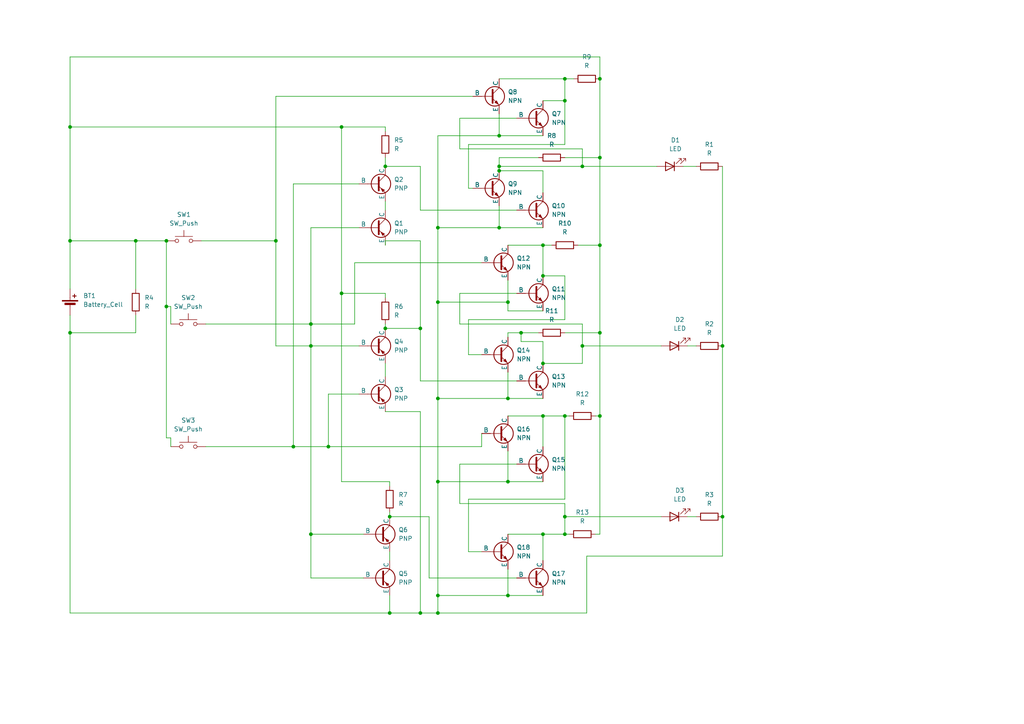
<source format=kicad_sch>
(kicad_sch
	(version 20250114)
	(generator "eeschema")
	(generator_version "9.0")
	(uuid "f2a60590-5ca5-40bf-a271-2b07ca4a9317")
	(paper "A4")
	(title_block
		(title "Social Battery Indicator + Name Tag")
		(date "2025-04-25")
		(rev "1")
		(company "Jocelyn Lau")
		(comment 1 "which also serves as a name tag")
		(comment 2 "Resistors are in the shape of my initials")
		(comment 3 "LED indicates my social battery")
		(comment 4 "Each button corresponds to an led")
	)
	(lib_symbols
		(symbol "Device:Battery_Cell"
			(pin_numbers
				(hide yes)
			)
			(pin_names
				(offset 0)
				(hide yes)
			)
			(exclude_from_sim no)
			(in_bom yes)
			(on_board yes)
			(property "Reference" "BT"
				(at 2.54 2.54 0)
				(effects
					(font
						(size 1.27 1.27)
					)
					(justify left)
				)
			)
			(property "Value" "Battery_Cell"
				(at 2.54 0 0)
				(effects
					(font
						(size 1.27 1.27)
					)
					(justify left)
				)
			)
			(property "Footprint" ""
				(at 0 1.524 90)
				(effects
					(font
						(size 1.27 1.27)
					)
					(hide yes)
				)
			)
			(property "Datasheet" "~"
				(at 0 1.524 90)
				(effects
					(font
						(size 1.27 1.27)
					)
					(hide yes)
				)
			)
			(property "Description" "Single-cell battery"
				(at 0 0 0)
				(effects
					(font
						(size 1.27 1.27)
					)
					(hide yes)
				)
			)
			(property "ki_keywords" "battery cell"
				(at 0 0 0)
				(effects
					(font
						(size 1.27 1.27)
					)
					(hide yes)
				)
			)
			(symbol "Battery_Cell_0_1"
				(rectangle
					(start -2.286 1.778)
					(end 2.286 1.524)
					(stroke
						(width 0)
						(type default)
					)
					(fill
						(type outline)
					)
				)
				(rectangle
					(start -1.524 1.016)
					(end 1.524 0.508)
					(stroke
						(width 0)
						(type default)
					)
					(fill
						(type outline)
					)
				)
				(polyline
					(pts
						(xy 0 1.778) (xy 0 2.54)
					)
					(stroke
						(width 0)
						(type default)
					)
					(fill
						(type none)
					)
				)
				(polyline
					(pts
						(xy 0 0.762) (xy 0 0)
					)
					(stroke
						(width 0)
						(type default)
					)
					(fill
						(type none)
					)
				)
				(polyline
					(pts
						(xy 0.762 3.048) (xy 1.778 3.048)
					)
					(stroke
						(width 0.254)
						(type default)
					)
					(fill
						(type none)
					)
				)
				(polyline
					(pts
						(xy 1.27 3.556) (xy 1.27 2.54)
					)
					(stroke
						(width 0.254)
						(type default)
					)
					(fill
						(type none)
					)
				)
			)
			(symbol "Battery_Cell_1_1"
				(pin passive line
					(at 0 5.08 270)
					(length 2.54)
					(name "+"
						(effects
							(font
								(size 1.27 1.27)
							)
						)
					)
					(number "1"
						(effects
							(font
								(size 1.27 1.27)
							)
						)
					)
				)
				(pin passive line
					(at 0 -2.54 90)
					(length 2.54)
					(name "-"
						(effects
							(font
								(size 1.27 1.27)
							)
						)
					)
					(number "2"
						(effects
							(font
								(size 1.27 1.27)
							)
						)
					)
				)
			)
			(embedded_fonts no)
		)
		(symbol "Device:LED"
			(pin_numbers
				(hide yes)
			)
			(pin_names
				(offset 1.016)
				(hide yes)
			)
			(exclude_from_sim no)
			(in_bom yes)
			(on_board yes)
			(property "Reference" "D"
				(at 0 2.54 0)
				(effects
					(font
						(size 1.27 1.27)
					)
				)
			)
			(property "Value" "LED"
				(at 0 -2.54 0)
				(effects
					(font
						(size 1.27 1.27)
					)
				)
			)
			(property "Footprint" ""
				(at 0 0 0)
				(effects
					(font
						(size 1.27 1.27)
					)
					(hide yes)
				)
			)
			(property "Datasheet" "~"
				(at 0 0 0)
				(effects
					(font
						(size 1.27 1.27)
					)
					(hide yes)
				)
			)
			(property "Description" "Light emitting diode"
				(at 0 0 0)
				(effects
					(font
						(size 1.27 1.27)
					)
					(hide yes)
				)
			)
			(property "Sim.Pins" "1=K 2=A"
				(at 0 0 0)
				(effects
					(font
						(size 1.27 1.27)
					)
					(hide yes)
				)
			)
			(property "ki_keywords" "LED diode"
				(at 0 0 0)
				(effects
					(font
						(size 1.27 1.27)
					)
					(hide yes)
				)
			)
			(property "ki_fp_filters" "LED* LED_SMD:* LED_THT:*"
				(at 0 0 0)
				(effects
					(font
						(size 1.27 1.27)
					)
					(hide yes)
				)
			)
			(symbol "LED_0_1"
				(polyline
					(pts
						(xy -3.048 -0.762) (xy -4.572 -2.286) (xy -3.81 -2.286) (xy -4.572 -2.286) (xy -4.572 -1.524)
					)
					(stroke
						(width 0)
						(type default)
					)
					(fill
						(type none)
					)
				)
				(polyline
					(pts
						(xy -1.778 -0.762) (xy -3.302 -2.286) (xy -2.54 -2.286) (xy -3.302 -2.286) (xy -3.302 -1.524)
					)
					(stroke
						(width 0)
						(type default)
					)
					(fill
						(type none)
					)
				)
				(polyline
					(pts
						(xy -1.27 0) (xy 1.27 0)
					)
					(stroke
						(width 0)
						(type default)
					)
					(fill
						(type none)
					)
				)
				(polyline
					(pts
						(xy -1.27 -1.27) (xy -1.27 1.27)
					)
					(stroke
						(width 0.254)
						(type default)
					)
					(fill
						(type none)
					)
				)
				(polyline
					(pts
						(xy 1.27 -1.27) (xy 1.27 1.27) (xy -1.27 0) (xy 1.27 -1.27)
					)
					(stroke
						(width 0.254)
						(type default)
					)
					(fill
						(type none)
					)
				)
			)
			(symbol "LED_1_1"
				(pin passive line
					(at -3.81 0 0)
					(length 2.54)
					(name "K"
						(effects
							(font
								(size 1.27 1.27)
							)
						)
					)
					(number "1"
						(effects
							(font
								(size 1.27 1.27)
							)
						)
					)
				)
				(pin passive line
					(at 3.81 0 180)
					(length 2.54)
					(name "A"
						(effects
							(font
								(size 1.27 1.27)
							)
						)
					)
					(number "2"
						(effects
							(font
								(size 1.27 1.27)
							)
						)
					)
				)
			)
			(embedded_fonts no)
		)
		(symbol "Device:R"
			(pin_numbers
				(hide yes)
			)
			(pin_names
				(offset 0)
			)
			(exclude_from_sim no)
			(in_bom yes)
			(on_board yes)
			(property "Reference" "R"
				(at 2.032 0 90)
				(effects
					(font
						(size 1.27 1.27)
					)
				)
			)
			(property "Value" "R"
				(at 0 0 90)
				(effects
					(font
						(size 1.27 1.27)
					)
				)
			)
			(property "Footprint" ""
				(at -1.778 0 90)
				(effects
					(font
						(size 1.27 1.27)
					)
					(hide yes)
				)
			)
			(property "Datasheet" "~"
				(at 0 0 0)
				(effects
					(font
						(size 1.27 1.27)
					)
					(hide yes)
				)
			)
			(property "Description" "Resistor"
				(at 0 0 0)
				(effects
					(font
						(size 1.27 1.27)
					)
					(hide yes)
				)
			)
			(property "ki_keywords" "R res resistor"
				(at 0 0 0)
				(effects
					(font
						(size 1.27 1.27)
					)
					(hide yes)
				)
			)
			(property "ki_fp_filters" "R_*"
				(at 0 0 0)
				(effects
					(font
						(size 1.27 1.27)
					)
					(hide yes)
				)
			)
			(symbol "R_0_1"
				(rectangle
					(start -1.016 -2.54)
					(end 1.016 2.54)
					(stroke
						(width 0.254)
						(type default)
					)
					(fill
						(type none)
					)
				)
			)
			(symbol "R_1_1"
				(pin passive line
					(at 0 3.81 270)
					(length 1.27)
					(name "~"
						(effects
							(font
								(size 1.27 1.27)
							)
						)
					)
					(number "1"
						(effects
							(font
								(size 1.27 1.27)
							)
						)
					)
				)
				(pin passive line
					(at 0 -3.81 90)
					(length 1.27)
					(name "~"
						(effects
							(font
								(size 1.27 1.27)
							)
						)
					)
					(number "2"
						(effects
							(font
								(size 1.27 1.27)
							)
						)
					)
				)
			)
			(embedded_fonts no)
		)
		(symbol "Simulation_SPICE:NPN"
			(pin_numbers
				(hide yes)
			)
			(pin_names
				(offset 0)
			)
			(exclude_from_sim no)
			(in_bom yes)
			(on_board yes)
			(property "Reference" "Q"
				(at -2.54 7.62 0)
				(effects
					(font
						(size 1.27 1.27)
					)
				)
			)
			(property "Value" "NPN"
				(at -2.54 5.08 0)
				(effects
					(font
						(size 1.27 1.27)
					)
				)
			)
			(property "Footprint" ""
				(at 63.5 0 0)
				(effects
					(font
						(size 1.27 1.27)
					)
					(hide yes)
				)
			)
			(property "Datasheet" "https://ngspice.sourceforge.io/docs/ngspice-html-manual/manual.xhtml#cha_BJTs"
				(at 63.5 0 0)
				(effects
					(font
						(size 1.27 1.27)
					)
					(hide yes)
				)
			)
			(property "Description" "Bipolar transistor symbol for simulation only, substrate tied to the emitter"
				(at 0 0 0)
				(effects
					(font
						(size 1.27 1.27)
					)
					(hide yes)
				)
			)
			(property "Sim.Device" "NPN"
				(at 0 0 0)
				(effects
					(font
						(size 1.27 1.27)
					)
					(hide yes)
				)
			)
			(property "Sim.Type" "GUMMELPOON"
				(at 0 0 0)
				(effects
					(font
						(size 1.27 1.27)
					)
					(hide yes)
				)
			)
			(property "Sim.Pins" "1=C 2=B 3=E"
				(at 0 0 0)
				(effects
					(font
						(size 1.27 1.27)
					)
					(hide yes)
				)
			)
			(property "ki_keywords" "simulation"
				(at 0 0 0)
				(effects
					(font
						(size 1.27 1.27)
					)
					(hide yes)
				)
			)
			(symbol "NPN_0_1"
				(polyline
					(pts
						(xy -2.54 0) (xy 0.635 0)
					)
					(stroke
						(width 0.1524)
						(type default)
					)
					(fill
						(type none)
					)
				)
				(polyline
					(pts
						(xy 0.635 1.905) (xy 0.635 -1.905) (xy 0.635 -1.905)
					)
					(stroke
						(width 0.508)
						(type default)
					)
					(fill
						(type none)
					)
				)
				(polyline
					(pts
						(xy 0.635 0.635) (xy 2.54 2.54)
					)
					(stroke
						(width 0)
						(type default)
					)
					(fill
						(type none)
					)
				)
				(polyline
					(pts
						(xy 0.635 -0.635) (xy 2.54 -2.54) (xy 2.54 -2.54)
					)
					(stroke
						(width 0)
						(type default)
					)
					(fill
						(type none)
					)
				)
				(circle
					(center 1.27 0)
					(radius 2.8194)
					(stroke
						(width 0.254)
						(type default)
					)
					(fill
						(type none)
					)
				)
				(polyline
					(pts
						(xy 1.27 -1.778) (xy 1.778 -1.27) (xy 2.286 -2.286) (xy 1.27 -1.778) (xy 1.27 -1.778)
					)
					(stroke
						(width 0)
						(type default)
					)
					(fill
						(type outline)
					)
				)
				(polyline
					(pts
						(xy 2.794 -1.27) (xy 2.794 -1.27)
					)
					(stroke
						(width 0.1524)
						(type default)
					)
					(fill
						(type none)
					)
				)
				(polyline
					(pts
						(xy 2.794 -1.27) (xy 2.794 -1.27)
					)
					(stroke
						(width 0.1524)
						(type default)
					)
					(fill
						(type none)
					)
				)
			)
			(symbol "NPN_1_1"
				(pin input line
					(at -5.08 0 0)
					(length 2.54)
					(name "B"
						(effects
							(font
								(size 1.27 1.27)
							)
						)
					)
					(number "2"
						(effects
							(font
								(size 1.27 1.27)
							)
						)
					)
				)
				(pin open_collector line
					(at 2.54 5.08 270)
					(length 2.54)
					(name "C"
						(effects
							(font
								(size 1.27 1.27)
							)
						)
					)
					(number "1"
						(effects
							(font
								(size 1.27 1.27)
							)
						)
					)
				)
				(pin open_emitter line
					(at 2.54 -5.08 90)
					(length 2.54)
					(name "E"
						(effects
							(font
								(size 1.27 1.27)
							)
						)
					)
					(number "3"
						(effects
							(font
								(size 1.27 1.27)
							)
						)
					)
				)
			)
			(embedded_fonts no)
		)
		(symbol "Simulation_SPICE:PNP"
			(pin_numbers
				(hide yes)
			)
			(pin_names
				(offset 0)
			)
			(exclude_from_sim no)
			(in_bom yes)
			(on_board yes)
			(property "Reference" "Q"
				(at -2.54 7.62 0)
				(effects
					(font
						(size 1.27 1.27)
					)
				)
			)
			(property "Value" "PNP"
				(at -2.54 5.08 0)
				(effects
					(font
						(size 1.27 1.27)
					)
				)
			)
			(property "Footprint" ""
				(at 35.56 0 0)
				(effects
					(font
						(size 1.27 1.27)
					)
					(hide yes)
				)
			)
			(property "Datasheet" "https://ngspice.sourceforge.io/docs/ngspice-html-manual/manual.xhtml#cha_BJTs"
				(at 35.56 0 0)
				(effects
					(font
						(size 1.27 1.27)
					)
					(hide yes)
				)
			)
			(property "Description" "Bipolar transistor symbol for simulation only, substrate tied to the emitter"
				(at 0 0 0)
				(effects
					(font
						(size 1.27 1.27)
					)
					(hide yes)
				)
			)
			(property "Sim.Device" "PNP"
				(at 0 0 0)
				(effects
					(font
						(size 1.27 1.27)
					)
					(hide yes)
				)
			)
			(property "Sim.Type" "GUMMELPOON"
				(at 0 0 0)
				(effects
					(font
						(size 1.27 1.27)
					)
					(hide yes)
				)
			)
			(property "Sim.Pins" "1=C 2=B 3=E"
				(at 0 0 0)
				(effects
					(font
						(size 1.27 1.27)
					)
					(hide yes)
				)
			)
			(property "ki_keywords" "simulation"
				(at 0 0 0)
				(effects
					(font
						(size 1.27 1.27)
					)
					(hide yes)
				)
			)
			(symbol "PNP_0_1"
				(polyline
					(pts
						(xy -2.54 0) (xy 0.635 0)
					)
					(stroke
						(width 0.1524)
						(type default)
					)
					(fill
						(type none)
					)
				)
				(polyline
					(pts
						(xy 0.635 1.905) (xy 0.635 -1.905) (xy 0.635 -1.905)
					)
					(stroke
						(width 0.508)
						(type default)
					)
					(fill
						(type none)
					)
				)
				(polyline
					(pts
						(xy 0.635 0.635) (xy 2.54 2.54)
					)
					(stroke
						(width 0)
						(type default)
					)
					(fill
						(type none)
					)
				)
				(polyline
					(pts
						(xy 0.635 -0.635) (xy 2.54 -2.54) (xy 2.54 -2.54)
					)
					(stroke
						(width 0)
						(type default)
					)
					(fill
						(type none)
					)
				)
				(circle
					(center 1.27 0)
					(radius 2.8194)
					(stroke
						(width 0.254)
						(type default)
					)
					(fill
						(type none)
					)
				)
				(polyline
					(pts
						(xy 2.286 -1.778) (xy 1.778 -2.286) (xy 1.27 -1.27) (xy 2.286 -1.778) (xy 2.286 -1.778)
					)
					(stroke
						(width 0)
						(type default)
					)
					(fill
						(type outline)
					)
				)
			)
			(symbol "PNP_1_1"
				(pin input line
					(at -5.08 0 0)
					(length 2.54)
					(name "B"
						(effects
							(font
								(size 1.27 1.27)
							)
						)
					)
					(number "2"
						(effects
							(font
								(size 1.27 1.27)
							)
						)
					)
				)
				(pin open_collector line
					(at 2.54 5.08 270)
					(length 2.54)
					(name "C"
						(effects
							(font
								(size 1.27 1.27)
							)
						)
					)
					(number "1"
						(effects
							(font
								(size 1.27 1.27)
							)
						)
					)
				)
				(pin open_emitter line
					(at 2.54 -5.08 90)
					(length 2.54)
					(name "E"
						(effects
							(font
								(size 1.27 1.27)
							)
						)
					)
					(number "3"
						(effects
							(font
								(size 1.27 1.27)
							)
						)
					)
				)
			)
			(embedded_fonts no)
		)
		(symbol "Switch:SW_Push"
			(pin_numbers
				(hide yes)
			)
			(pin_names
				(offset 1.016)
				(hide yes)
			)
			(exclude_from_sim no)
			(in_bom yes)
			(on_board yes)
			(property "Reference" "SW"
				(at 1.27 2.54 0)
				(effects
					(font
						(size 1.27 1.27)
					)
					(justify left)
				)
			)
			(property "Value" "SW_Push"
				(at 0 -1.524 0)
				(effects
					(font
						(size 1.27 1.27)
					)
				)
			)
			(property "Footprint" ""
				(at 0 5.08 0)
				(effects
					(font
						(size 1.27 1.27)
					)
					(hide yes)
				)
			)
			(property "Datasheet" "~"
				(at 0 5.08 0)
				(effects
					(font
						(size 1.27 1.27)
					)
					(hide yes)
				)
			)
			(property "Description" "Push button switch, generic, two pins"
				(at 0 0 0)
				(effects
					(font
						(size 1.27 1.27)
					)
					(hide yes)
				)
			)
			(property "ki_keywords" "switch normally-open pushbutton push-button"
				(at 0 0 0)
				(effects
					(font
						(size 1.27 1.27)
					)
					(hide yes)
				)
			)
			(symbol "SW_Push_0_1"
				(circle
					(center -2.032 0)
					(radius 0.508)
					(stroke
						(width 0)
						(type default)
					)
					(fill
						(type none)
					)
				)
				(polyline
					(pts
						(xy 0 1.27) (xy 0 3.048)
					)
					(stroke
						(width 0)
						(type default)
					)
					(fill
						(type none)
					)
				)
				(circle
					(center 2.032 0)
					(radius 0.508)
					(stroke
						(width 0)
						(type default)
					)
					(fill
						(type none)
					)
				)
				(polyline
					(pts
						(xy 2.54 1.27) (xy -2.54 1.27)
					)
					(stroke
						(width 0)
						(type default)
					)
					(fill
						(type none)
					)
				)
				(pin passive line
					(at -5.08 0 0)
					(length 2.54)
					(name "1"
						(effects
							(font
								(size 1.27 1.27)
							)
						)
					)
					(number "1"
						(effects
							(font
								(size 1.27 1.27)
							)
						)
					)
				)
				(pin passive line
					(at 5.08 0 180)
					(length 2.54)
					(name "2"
						(effects
							(font
								(size 1.27 1.27)
							)
						)
					)
					(number "2"
						(effects
							(font
								(size 1.27 1.27)
							)
						)
					)
				)
			)
			(embedded_fonts no)
		)
	)
	(junction
		(at 157.48 120.65)
		(diameter 0)
		(color 0 0 0 0)
		(uuid "0b83ff5e-66ca-4888-a1b2-4e1da1bd9287")
	)
	(junction
		(at 168.91 48.26)
		(diameter 0)
		(color 0 0 0 0)
		(uuid "11d4abac-8809-4182-85d9-281839ab4c3c")
	)
	(junction
		(at 127 87.63)
		(diameter 0)
		(color 0 0 0 0)
		(uuid "1755441c-d4d6-49da-98eb-dc9c23824652")
	)
	(junction
		(at 127 139.7)
		(diameter 0)
		(color 0 0 0 0)
		(uuid "1936de20-5912-407e-b27a-1303156f9e57")
	)
	(junction
		(at 111.76 95.25)
		(diameter 0)
		(color 0 0 0 0)
		(uuid "1bea4475-2ccd-46ac-aa3c-bfb241cfea06")
	)
	(junction
		(at 144.78 39.37)
		(diameter 0)
		(color 0 0 0 0)
		(uuid "1c608b65-14bf-4c67-8300-6fc9609448fc")
	)
	(junction
		(at 147.32 172.72)
		(diameter 0)
		(color 0 0 0 0)
		(uuid "25ce6adc-3f75-423e-8156-3c442ce975af")
	)
	(junction
		(at 127 172.72)
		(diameter 0)
		(color 0 0 0 0)
		(uuid "28e98065-2cd0-4dda-9eed-e3f294f70e57")
	)
	(junction
		(at 121.92 95.25)
		(diameter 0)
		(color 0 0 0 0)
		(uuid "325feed1-c6f0-4414-8eac-95c917c36bd1")
	)
	(junction
		(at 127 66.04)
		(diameter 0)
		(color 0 0 0 0)
		(uuid "3488b953-eb1d-435d-ab79-1581b7d47dbf")
	)
	(junction
		(at 95.25 129.54)
		(diameter 0)
		(color 0 0 0 0)
		(uuid "385fe210-65bc-4b2e-ad18-9a8cda0da736")
	)
	(junction
		(at 113.03 149.86)
		(diameter 0)
		(color 0 0 0 0)
		(uuid "3a32c180-48ad-4261-899d-a43d96b9a34b")
	)
	(junction
		(at 90.17 93.98)
		(diameter 0)
		(color 0 0 0 0)
		(uuid "3dda2db2-69b1-4996-af17-d7eeb9bcf164")
	)
	(junction
		(at 173.99 71.12)
		(diameter 0)
		(color 0 0 0 0)
		(uuid "457e94fa-b7f6-4fa3-bb96-f340896fe210")
	)
	(junction
		(at 113.03 177.8)
		(diameter 0)
		(color 0 0 0 0)
		(uuid "49730502-5840-421b-a2a0-d68b7dc40485")
	)
	(junction
		(at 144.78 48.26)
		(diameter 0)
		(color 0 0 0 0)
		(uuid "4a9dbf7e-a329-4d10-9c9f-a1737ca9d0f8")
	)
	(junction
		(at 99.06 85.09)
		(diameter 0)
		(color 0 0 0 0)
		(uuid "4b0942b9-a6c8-4969-a866-c9d6b9c18e2b")
	)
	(junction
		(at 147.32 87.63)
		(diameter 0)
		(color 0 0 0 0)
		(uuid "4c7ad60c-154b-4e69-af9b-0554b62228f6")
	)
	(junction
		(at 20.32 36.83)
		(diameter 0)
		(color 0 0 0 0)
		(uuid "536003aa-584f-4077-8cd4-6bf1859cd5de")
	)
	(junction
		(at 127 177.8)
		(diameter 0)
		(color 0 0 0 0)
		(uuid "645974b2-20f3-47c0-9340-2f296a5fbf4f")
	)
	(junction
		(at 173.99 22.86)
		(diameter 0)
		(color 0 0 0 0)
		(uuid "66469229-7b27-4ec6-b724-1286c3e74e00")
	)
	(junction
		(at 163.83 149.86)
		(diameter 0)
		(color 0 0 0 0)
		(uuid "67173cb0-1552-4d7a-ab36-4209df647ce0")
	)
	(junction
		(at 151.13 96.52)
		(diameter 0)
		(color 0 0 0 0)
		(uuid "759d04a2-2d55-4e4b-be25-c75bafa26110")
	)
	(junction
		(at 173.99 120.65)
		(diameter 0)
		(color 0 0 0 0)
		(uuid "783252fe-3eba-4244-8024-8f5a9d55ee7e")
	)
	(junction
		(at 147.32 139.7)
		(diameter 0)
		(color 0 0 0 0)
		(uuid "78968928-fd19-4960-bebb-4479235b2163")
	)
	(junction
		(at 80.01 69.85)
		(diameter 0)
		(color 0 0 0 0)
		(uuid "79f7b813-8956-45f8-b191-bb60217a3729")
	)
	(junction
		(at 48.26 69.85)
		(diameter 0)
		(color 0 0 0 0)
		(uuid "8279a68f-49b3-4a7b-9f61-7cad824d8f23")
	)
	(junction
		(at 144.78 66.04)
		(diameter 0)
		(color 0 0 0 0)
		(uuid "840a1dcf-c32b-4643-b56a-1de31c9778f3")
	)
	(junction
		(at 209.55 100.33)
		(diameter 0)
		(color 0 0 0 0)
		(uuid "89ad78dc-fbb7-43cb-8bdb-a41e52aa77cd")
	)
	(junction
		(at 147.32 115.57)
		(diameter 0)
		(color 0 0 0 0)
		(uuid "8a023be3-7e76-4192-9f10-4713f402e9c8")
	)
	(junction
		(at 173.99 45.72)
		(diameter 0)
		(color 0 0 0 0)
		(uuid "8b9d606c-cd00-4570-8930-0ac5ffc3d50c")
	)
	(junction
		(at 157.48 154.94)
		(diameter 0)
		(color 0 0 0 0)
		(uuid "8cde3ef1-2faf-47b0-8cb0-82d5d1ece370")
	)
	(junction
		(at 127 115.57)
		(diameter 0)
		(color 0 0 0 0)
		(uuid "8dbcc1de-c120-42ea-bb6b-acc3a1151b0e")
	)
	(junction
		(at 121.92 177.8)
		(diameter 0)
		(color 0 0 0 0)
		(uuid "8de1e854-13dd-4cd2-a819-992e8ed964fd")
	)
	(junction
		(at 163.83 29.21)
		(diameter 0)
		(color 0 0 0 0)
		(uuid "907c2b1b-0b30-44d7-a4f7-03bccc0a8e8a")
	)
	(junction
		(at 209.55 149.86)
		(diameter 0)
		(color 0 0 0 0)
		(uuid "922bff7e-f14e-4c6c-9b6c-2645b0026b8e")
	)
	(junction
		(at 20.32 96.52)
		(diameter 0)
		(color 0 0 0 0)
		(uuid "93bb86e4-935e-433b-b573-4e5d8f5ba33d")
	)
	(junction
		(at 90.17 154.94)
		(diameter 0)
		(color 0 0 0 0)
		(uuid "95a04acc-df16-4fa2-a880-92efb2324ddf")
	)
	(junction
		(at 20.32 69.85)
		(diameter 0)
		(color 0 0 0 0)
		(uuid "99c76efa-2339-4c6d-8b0a-94bce05b7c6b")
	)
	(junction
		(at 163.83 154.94)
		(diameter 0)
		(color 0 0 0 0)
		(uuid "9e321492-c223-4702-9074-b4ca3cfadc54")
	)
	(junction
		(at 157.48 71.12)
		(diameter 0)
		(color 0 0 0 0)
		(uuid "a0632d28-f1b2-443b-bd87-2a0346cb78ac")
	)
	(junction
		(at 99.06 36.83)
		(diameter 0)
		(color 0 0 0 0)
		(uuid "a132a0b8-0d0d-411f-bf4e-8a006a592713")
	)
	(junction
		(at 173.99 96.52)
		(diameter 0)
		(color 0 0 0 0)
		(uuid "b4c4f305-aa1a-44d3-b576-4ac36718bc2c")
	)
	(junction
		(at 163.83 120.65)
		(diameter 0)
		(color 0 0 0 0)
		(uuid "b9b7cf1e-7347-417a-a577-a2268b7dfafd")
	)
	(junction
		(at 144.78 49.53)
		(diameter 0)
		(color 0 0 0 0)
		(uuid "c43bfbf3-d1d1-4a17-b99a-1f13b7dc1dbf")
	)
	(junction
		(at 39.37 69.85)
		(diameter 0)
		(color 0 0 0 0)
		(uuid "c4a23360-14f3-4aa0-9e75-33b68707ce78")
	)
	(junction
		(at 157.48 105.41)
		(diameter 0)
		(color 0 0 0 0)
		(uuid "c62a5ba0-f1d2-4317-b35a-9f5773fc7203")
	)
	(junction
		(at 168.91 100.33)
		(diameter 0)
		(color 0 0 0 0)
		(uuid "cb3c9add-ef58-470f-87cc-1732c1b438d5")
	)
	(junction
		(at 48.26 88.9)
		(diameter 0)
		(color 0 0 0 0)
		(uuid "d9e91184-109a-4866-a70d-d2cbb24ea849")
	)
	(junction
		(at 163.83 22.86)
		(diameter 0)
		(color 0 0 0 0)
		(uuid "e332d6b7-c4a7-4601-b120-fce91c235d71")
	)
	(junction
		(at 111.76 48.26)
		(diameter 0)
		(color 0 0 0 0)
		(uuid "e61bdcc1-247e-4d73-ace1-18e9dd627580")
	)
	(junction
		(at 85.09 129.54)
		(diameter 0)
		(color 0 0 0 0)
		(uuid "e916e996-b90d-4651-a772-dac612984bea")
	)
	(junction
		(at 157.48 80.01)
		(diameter 0)
		(color 0 0 0 0)
		(uuid "f93502b6-e09a-4167-bbd1-a8bd42503ca1")
	)
	(junction
		(at 90.17 100.33)
		(diameter 0)
		(color 0 0 0 0)
		(uuid "fc6085f5-1ba3-4e69-8cd6-187891fa03e2")
	)
	(wire
		(pts
			(xy 39.37 69.85) (xy 39.37 83.82)
		)
		(stroke
			(width 0)
			(type default)
		)
		(uuid "0364b7c7-8d24-4fae-a640-1267c4668401")
	)
	(wire
		(pts
			(xy 85.09 53.34) (xy 104.14 53.34)
		)
		(stroke
			(width 0)
			(type default)
		)
		(uuid "07504ccf-8806-42bc-9abf-9e2bcb47639c")
	)
	(wire
		(pts
			(xy 157.48 55.88) (xy 157.48 49.53)
		)
		(stroke
			(width 0)
			(type default)
		)
		(uuid "07b79be0-b7ab-4963-81dd-bdcd3d7f5af3")
	)
	(wire
		(pts
			(xy 49.53 88.9) (xy 48.26 88.9)
		)
		(stroke
			(width 0)
			(type default)
		)
		(uuid "07f7f70b-f26b-42e5-8109-c778d88b04e9")
	)
	(wire
		(pts
			(xy 173.99 16.51) (xy 20.32 16.51)
		)
		(stroke
			(width 0)
			(type default)
		)
		(uuid "0cc7e392-5570-4a57-a2eb-b98c576068ca")
	)
	(wire
		(pts
			(xy 20.32 36.83) (xy 20.32 69.85)
		)
		(stroke
			(width 0)
			(type default)
		)
		(uuid "0d3b7578-da8f-493a-a8c9-36bf27da36ab")
	)
	(wire
		(pts
			(xy 157.48 120.65) (xy 163.83 120.65)
		)
		(stroke
			(width 0)
			(type default)
		)
		(uuid "0eac624e-b4a0-40c8-84db-cb5eac56a9f2")
	)
	(wire
		(pts
			(xy 163.83 45.72) (xy 173.99 45.72)
		)
		(stroke
			(width 0)
			(type default)
		)
		(uuid "0ebce378-87ef-4126-86b8-1cb3e1f1e6dd")
	)
	(wire
		(pts
			(xy 133.35 93.98) (xy 133.35 85.09)
		)
		(stroke
			(width 0)
			(type default)
		)
		(uuid "10215cae-6f11-4b49-8aa3-d1b56c440190")
	)
	(wire
		(pts
			(xy 168.91 105.41) (xy 168.91 100.33)
		)
		(stroke
			(width 0)
			(type default)
		)
		(uuid "11b8c5a0-398d-47e4-af40-5d8efa0807c7")
	)
	(wire
		(pts
			(xy 199.39 100.33) (xy 201.93 100.33)
		)
		(stroke
			(width 0)
			(type default)
		)
		(uuid "11b9398a-2119-4434-b277-b11b970e8157")
	)
	(wire
		(pts
			(xy 90.17 154.94) (xy 90.17 167.64)
		)
		(stroke
			(width 0)
			(type default)
		)
		(uuid "11f306da-6c4c-46a1-8e05-356a46dd9ee6")
	)
	(wire
		(pts
			(xy 133.35 34.29) (xy 149.86 34.29)
		)
		(stroke
			(width 0)
			(type default)
		)
		(uuid "120bb608-9983-42cd-a1a9-d92842adf7d0")
	)
	(wire
		(pts
			(xy 172.72 154.94) (xy 173.99 154.94)
		)
		(stroke
			(width 0)
			(type default)
		)
		(uuid "146d6349-534e-49f2-bac9-2ba13d222fc7")
	)
	(wire
		(pts
			(xy 95.25 114.3) (xy 95.25 129.54)
		)
		(stroke
			(width 0)
			(type default)
		)
		(uuid "14901153-e013-43c2-81ad-253b8bd379f4")
	)
	(wire
		(pts
			(xy 163.83 149.86) (xy 191.77 149.86)
		)
		(stroke
			(width 0)
			(type default)
		)
		(uuid "18e476cd-2b86-4eee-a17f-c4e0be438eb7")
	)
	(wire
		(pts
			(xy 48.26 69.85) (xy 48.26 88.9)
		)
		(stroke
			(width 0)
			(type default)
		)
		(uuid "193ff55f-ee2b-4aa5-a133-242fbd30bd00")
	)
	(wire
		(pts
			(xy 113.03 139.7) (xy 99.06 139.7)
		)
		(stroke
			(width 0)
			(type default)
		)
		(uuid "195d336c-3e47-4e28-9cd4-7264e7ed24c1")
	)
	(wire
		(pts
			(xy 157.48 154.94) (xy 157.48 162.56)
		)
		(stroke
			(width 0)
			(type default)
		)
		(uuid "19a6a1f8-db47-4ef1-99cf-230cd39ca839")
	)
	(wire
		(pts
			(xy 209.55 48.26) (xy 209.55 100.33)
		)
		(stroke
			(width 0)
			(type default)
		)
		(uuid "1a4234e5-30f8-43fb-9487-c93fc202d4d8")
	)
	(wire
		(pts
			(xy 163.83 92.71) (xy 135.89 92.71)
		)
		(stroke
			(width 0)
			(type default)
		)
		(uuid "1b6ed15b-923f-4f77-93b0-4861c1a5dcb2")
	)
	(wire
		(pts
			(xy 121.92 119.38) (xy 121.92 177.8)
		)
		(stroke
			(width 0)
			(type default)
		)
		(uuid "1b855f4d-169e-42b4-8fe2-588800c7a435")
	)
	(wire
		(pts
			(xy 121.92 48.26) (xy 121.92 60.96)
		)
		(stroke
			(width 0)
			(type default)
		)
		(uuid "1bbb016e-123b-4332-b35b-dd335d5b34a6")
	)
	(wire
		(pts
			(xy 144.78 48.26) (xy 168.91 48.26)
		)
		(stroke
			(width 0)
			(type default)
		)
		(uuid "1d802883-f80e-45be-b989-f7bd577afca4")
	)
	(wire
		(pts
			(xy 99.06 85.09) (xy 99.06 36.83)
		)
		(stroke
			(width 0)
			(type default)
		)
		(uuid "1d96ed9a-bade-45a5-891d-5ec194f76db7")
	)
	(wire
		(pts
			(xy 111.76 93.98) (xy 111.76 95.25)
		)
		(stroke
			(width 0)
			(type default)
		)
		(uuid "1e51de45-acf0-4df1-bcf0-31b405f6fb06")
	)
	(wire
		(pts
			(xy 157.48 105.41) (xy 168.91 105.41)
		)
		(stroke
			(width 0)
			(type default)
		)
		(uuid "2787cb0a-7217-4274-9f4e-f5c03fe50b9f")
	)
	(wire
		(pts
			(xy 147.32 71.12) (xy 157.48 71.12)
		)
		(stroke
			(width 0)
			(type default)
		)
		(uuid "28ef5105-123c-44bc-b080-176fb0c80a95")
	)
	(wire
		(pts
			(xy 172.72 120.65) (xy 173.99 120.65)
		)
		(stroke
			(width 0)
			(type default)
		)
		(uuid "2a9367f7-9b1f-4513-b575-9886da244d0d")
	)
	(wire
		(pts
			(xy 113.03 177.8) (xy 121.92 177.8)
		)
		(stroke
			(width 0)
			(type default)
		)
		(uuid "2d569613-d6af-4ae9-b854-bfa469094143")
	)
	(wire
		(pts
			(xy 168.91 100.33) (xy 168.91 93.98)
		)
		(stroke
			(width 0)
			(type default)
		)
		(uuid "2dfec4da-2cfe-499e-bdeb-8338f43f4b93")
	)
	(wire
		(pts
			(xy 48.26 127) (xy 48.26 88.9)
		)
		(stroke
			(width 0)
			(type default)
		)
		(uuid "2e0a78b6-d097-4671-8b6a-1c9dc9661b19")
	)
	(wire
		(pts
			(xy 135.89 144.78) (xy 135.89 160.02)
		)
		(stroke
			(width 0)
			(type default)
		)
		(uuid "2e40a093-7167-4d2b-8a35-3aed9dae271a")
	)
	(wire
		(pts
			(xy 111.76 48.26) (xy 121.92 48.26)
		)
		(stroke
			(width 0)
			(type default)
		)
		(uuid "2ebba3db-ba75-42f0-bc6d-ec07856f0b1f")
	)
	(wire
		(pts
			(xy 163.83 154.94) (xy 163.83 149.86)
		)
		(stroke
			(width 0)
			(type default)
		)
		(uuid "3108631a-ebba-4d47-8fc1-5d713a8981ba")
	)
	(wire
		(pts
			(xy 127 172.72) (xy 127 177.8)
		)
		(stroke
			(width 0)
			(type default)
		)
		(uuid "31e653d4-ce43-4d7e-9726-260013ead40c")
	)
	(wire
		(pts
			(xy 90.17 93.98) (xy 102.87 93.98)
		)
		(stroke
			(width 0)
			(type default)
		)
		(uuid "375fe1e9-23d3-4b55-b001-738453bce840")
	)
	(wire
		(pts
			(xy 111.76 105.41) (xy 111.76 109.22)
		)
		(stroke
			(width 0)
			(type default)
		)
		(uuid "37a72b86-27f5-427c-8cd1-0faa8ce8e2df")
	)
	(wire
		(pts
			(xy 144.78 33.02) (xy 144.78 39.37)
		)
		(stroke
			(width 0)
			(type default)
		)
		(uuid "3afa2565-ece5-4fde-aad9-81fd210cc3ce")
	)
	(wire
		(pts
			(xy 58.42 69.85) (xy 80.01 69.85)
		)
		(stroke
			(width 0)
			(type default)
		)
		(uuid "3ebfc1f6-f6e1-45e2-ac22-1b877ec7d973")
	)
	(wire
		(pts
			(xy 135.89 160.02) (xy 139.7 160.02)
		)
		(stroke
			(width 0)
			(type default)
		)
		(uuid "3feca4fc-9e63-41bb-84e4-4b1c90d1c4bc")
	)
	(wire
		(pts
			(xy 157.48 154.94) (xy 147.32 154.94)
		)
		(stroke
			(width 0)
			(type default)
		)
		(uuid "40523b2f-b169-4bdf-b063-d5abebbc93b0")
	)
	(wire
		(pts
			(xy 95.25 114.3) (xy 104.14 114.3)
		)
		(stroke
			(width 0)
			(type default)
		)
		(uuid "409e409b-d48b-4f58-89e8-ae43c0e5bc70")
	)
	(wire
		(pts
			(xy 90.17 93.98) (xy 90.17 100.33)
		)
		(stroke
			(width 0)
			(type default)
		)
		(uuid "42190b51-e96c-4653-b878-d41fbf201eba")
	)
	(wire
		(pts
			(xy 147.32 130.81) (xy 147.32 139.7)
		)
		(stroke
			(width 0)
			(type default)
		)
		(uuid "43a40aa9-84fc-4e73-8b74-2d0ecbd8455a")
	)
	(wire
		(pts
			(xy 90.17 66.04) (xy 90.17 93.98)
		)
		(stroke
			(width 0)
			(type default)
		)
		(uuid "441e2265-b906-4bdd-98c9-4410324d8bfd")
	)
	(wire
		(pts
			(xy 90.17 154.94) (xy 105.41 154.94)
		)
		(stroke
			(width 0)
			(type default)
		)
		(uuid "47b55b15-e219-4029-afd0-060b97bd90dd")
	)
	(wire
		(pts
			(xy 157.48 29.21) (xy 163.83 29.21)
		)
		(stroke
			(width 0)
			(type default)
		)
		(uuid "4876e23b-0994-477b-a899-c871d0d17842")
	)
	(wire
		(pts
			(xy 147.32 139.7) (xy 157.48 139.7)
		)
		(stroke
			(width 0)
			(type default)
		)
		(uuid "4c971491-d875-44b0-b8d1-2626084b39ac")
	)
	(wire
		(pts
			(xy 111.76 119.38) (xy 121.92 119.38)
		)
		(stroke
			(width 0)
			(type default)
		)
		(uuid "4c97b9c1-5248-475f-ba64-24f3d61a9e7b")
	)
	(wire
		(pts
			(xy 173.99 154.94) (xy 173.99 120.65)
		)
		(stroke
			(width 0)
			(type default)
		)
		(uuid "4d8a3edb-c86d-4fcf-b54d-c28e498c2271")
	)
	(wire
		(pts
			(xy 39.37 69.85) (xy 48.26 69.85)
		)
		(stroke
			(width 0)
			(type default)
		)
		(uuid "4d90285f-4830-423a-bc38-e21e1c345aad")
	)
	(wire
		(pts
			(xy 111.76 85.09) (xy 99.06 85.09)
		)
		(stroke
			(width 0)
			(type default)
		)
		(uuid "4e264e1e-d56d-4fe3-9f08-14c4a1b684d7")
	)
	(wire
		(pts
			(xy 124.46 149.86) (xy 124.46 167.64)
		)
		(stroke
			(width 0)
			(type default)
		)
		(uuid "4f7d2419-3fba-44d5-8aba-5defa13afddd")
	)
	(wire
		(pts
			(xy 147.32 172.72) (xy 157.48 172.72)
		)
		(stroke
			(width 0)
			(type default)
		)
		(uuid "4fa085ab-4f23-40bb-8390-2f7dfd589e71")
	)
	(wire
		(pts
			(xy 59.69 93.98) (xy 90.17 93.98)
		)
		(stroke
			(width 0)
			(type default)
		)
		(uuid "52824a87-89dd-4800-98db-3011a6e4a251")
	)
	(wire
		(pts
			(xy 157.48 154.94) (xy 163.83 154.94)
		)
		(stroke
			(width 0)
			(type default)
		)
		(uuid "535a4abe-4910-4e4b-b2aa-96956af2e83c")
	)
	(wire
		(pts
			(xy 111.76 69.85) (xy 111.76 71.12)
		)
		(stroke
			(width 0)
			(type default)
		)
		(uuid "55f2b78f-b1ee-4b5e-b92c-af3b8e08002f")
	)
	(wire
		(pts
			(xy 111.76 58.42) (xy 111.76 60.96)
		)
		(stroke
			(width 0)
			(type default)
		)
		(uuid "565ccec3-a164-48bf-96ee-6245b1b90972")
	)
	(wire
		(pts
			(xy 163.83 154.94) (xy 165.1 154.94)
		)
		(stroke
			(width 0)
			(type default)
		)
		(uuid "577e87ec-ad07-4c19-a549-080dc53b64c0")
	)
	(wire
		(pts
			(xy 20.32 69.85) (xy 39.37 69.85)
		)
		(stroke
			(width 0)
			(type default)
		)
		(uuid "579b21e5-5b8d-483e-8530-a9b435050ca5")
	)
	(wire
		(pts
			(xy 163.83 149.86) (xy 163.83 146.05)
		)
		(stroke
			(width 0)
			(type default)
		)
		(uuid "5acf6c7b-26dd-4e4e-a152-5a4de6e9fc38")
	)
	(wire
		(pts
			(xy 139.7 129.54) (xy 139.7 125.73)
		)
		(stroke
			(width 0)
			(type default)
		)
		(uuid "5b202a37-fd97-4de3-8818-b4bea3fdf0d7")
	)
	(wire
		(pts
			(xy 127 139.7) (xy 127 172.72)
		)
		(stroke
			(width 0)
			(type default)
		)
		(uuid "5bfe336c-f321-4e65-a79b-107372bf26b4")
	)
	(wire
		(pts
			(xy 127 66.04) (xy 127 87.63)
		)
		(stroke
			(width 0)
			(type default)
		)
		(uuid "5ccfd012-7e93-4266-887e-fca607d2abf9")
	)
	(wire
		(pts
			(xy 127 115.57) (xy 127 139.7)
		)
		(stroke
			(width 0)
			(type default)
		)
		(uuid "5e4abf7a-df61-4954-abcd-078d9ecd4ae6")
	)
	(wire
		(pts
			(xy 49.53 127) (xy 48.26 127)
		)
		(stroke
			(width 0)
			(type default)
		)
		(uuid "603d830d-1688-4e6b-86bf-a8464404957e")
	)
	(wire
		(pts
			(xy 133.35 134.62) (xy 149.86 134.62)
		)
		(stroke
			(width 0)
			(type default)
		)
		(uuid "60e2e844-6d17-4e87-b438-5fedec92f99c")
	)
	(wire
		(pts
			(xy 80.01 100.33) (xy 90.17 100.33)
		)
		(stroke
			(width 0)
			(type default)
		)
		(uuid "62967051-b072-4fd1-b840-a923acf51037")
	)
	(wire
		(pts
			(xy 127 139.7) (xy 147.32 139.7)
		)
		(stroke
			(width 0)
			(type default)
		)
		(uuid "6380367e-c21a-449d-a5e1-113329d99b1d")
	)
	(wire
		(pts
			(xy 157.48 120.65) (xy 157.48 129.54)
		)
		(stroke
			(width 0)
			(type default)
		)
		(uuid "64967745-c6a5-4725-988b-15fbfe9a8222")
	)
	(wire
		(pts
			(xy 99.06 139.7) (xy 99.06 85.09)
		)
		(stroke
			(width 0)
			(type default)
		)
		(uuid "64df60d4-44b1-414f-b940-fcd43dc5fccc")
	)
	(wire
		(pts
			(xy 209.55 161.29) (xy 170.18 161.29)
		)
		(stroke
			(width 0)
			(type default)
		)
		(uuid "665ee07b-5de7-45cc-ad27-e6c007acd8de")
	)
	(wire
		(pts
			(xy 111.76 36.83) (xy 99.06 36.83)
		)
		(stroke
			(width 0)
			(type default)
		)
		(uuid "67ab9583-7636-46c9-9c46-554ac1b1f208")
	)
	(wire
		(pts
			(xy 147.32 81.28) (xy 147.32 87.63)
		)
		(stroke
			(width 0)
			(type default)
		)
		(uuid "689d45ab-5a2e-458d-878a-2e4e1f92d298")
	)
	(wire
		(pts
			(xy 167.64 71.12) (xy 173.99 71.12)
		)
		(stroke
			(width 0)
			(type default)
		)
		(uuid "6a786964-6514-47b5-bc17-7ab3f9830d96")
	)
	(wire
		(pts
			(xy 127 87.63) (xy 147.32 87.63)
		)
		(stroke
			(width 0)
			(type default)
		)
		(uuid "6ac83715-e7af-4e19-b9a0-db13e8a21e6b")
	)
	(wire
		(pts
			(xy 102.87 76.2) (xy 139.7 76.2)
		)
		(stroke
			(width 0)
			(type default)
		)
		(uuid "6b4ed896-fb89-49fd-b112-bf28821f797b")
	)
	(wire
		(pts
			(xy 157.48 105.41) (xy 157.48 99.06)
		)
		(stroke
			(width 0)
			(type default)
		)
		(uuid "6c96835f-ecb8-4c65-8ee4-727d6e696e45")
	)
	(wire
		(pts
			(xy 144.78 39.37) (xy 157.48 39.37)
		)
		(stroke
			(width 0)
			(type default)
		)
		(uuid "711524f8-aa6d-44e3-97f9-3083f8162233")
	)
	(wire
		(pts
			(xy 121.92 69.85) (xy 121.92 95.25)
		)
		(stroke
			(width 0)
			(type default)
		)
		(uuid "721223eb-cb0f-486d-b0a8-0abbbbce76bd")
	)
	(wire
		(pts
			(xy 113.03 149.86) (xy 124.46 149.86)
		)
		(stroke
			(width 0)
			(type default)
		)
		(uuid "72faa8bf-5660-42f5-b63b-08db47d59f42")
	)
	(wire
		(pts
			(xy 209.55 149.86) (xy 209.55 161.29)
		)
		(stroke
			(width 0)
			(type default)
		)
		(uuid "7900b502-c89f-405f-856b-677d7348a405")
	)
	(wire
		(pts
			(xy 59.69 129.54) (xy 85.09 129.54)
		)
		(stroke
			(width 0)
			(type default)
		)
		(uuid "7ad15c69-da6a-4814-8f52-2134bf04a596")
	)
	(wire
		(pts
			(xy 144.78 22.86) (xy 163.83 22.86)
		)
		(stroke
			(width 0)
			(type default)
		)
		(uuid "7d759eb4-ac5d-4de8-bb36-7bca99718560")
	)
	(wire
		(pts
			(xy 147.32 107.95) (xy 147.32 115.57)
		)
		(stroke
			(width 0)
			(type default)
		)
		(uuid "7e43046b-f191-4f1d-a903-cd91e62d8308")
	)
	(wire
		(pts
			(xy 127 39.37) (xy 127 66.04)
		)
		(stroke
			(width 0)
			(type default)
		)
		(uuid "7f3ba439-f2a5-4493-baae-4d40987992ac")
	)
	(wire
		(pts
			(xy 168.91 48.26) (xy 168.91 43.18)
		)
		(stroke
			(width 0)
			(type default)
		)
		(uuid "80770793-3ad3-4b79-a7b7-5f683172c886")
	)
	(wire
		(pts
			(xy 157.48 80.01) (xy 163.83 80.01)
		)
		(stroke
			(width 0)
			(type default)
		)
		(uuid "80c63413-760f-4230-ac5c-547a76b506e0")
	)
	(wire
		(pts
			(xy 170.18 161.29) (xy 170.18 177.8)
		)
		(stroke
			(width 0)
			(type default)
		)
		(uuid "82681731-d977-4106-90ed-fca5102f6fc9")
	)
	(wire
		(pts
			(xy 147.32 120.65) (xy 157.48 120.65)
		)
		(stroke
			(width 0)
			(type default)
		)
		(uuid "8390bfc2-877d-444d-9724-ac1b8822551a")
	)
	(wire
		(pts
			(xy 135.89 92.71) (xy 135.89 102.87)
		)
		(stroke
			(width 0)
			(type default)
		)
		(uuid "83f26fb4-f762-436b-b44f-4540d97ab37d")
	)
	(wire
		(pts
			(xy 111.76 36.83) (xy 111.76 38.1)
		)
		(stroke
			(width 0)
			(type default)
		)
		(uuid "85ba02d8-e138-4a4f-b506-88d916c9e93f")
	)
	(wire
		(pts
			(xy 163.83 146.05) (xy 133.35 146.05)
		)
		(stroke
			(width 0)
			(type default)
		)
		(uuid "85f6da5f-058b-4018-9beb-d803d21be9dc")
	)
	(wire
		(pts
			(xy 113.03 177.8) (xy 20.32 177.8)
		)
		(stroke
			(width 0)
			(type default)
		)
		(uuid "86c8155d-a69d-46f0-9fdd-505562d8a3cb")
	)
	(wire
		(pts
			(xy 90.17 167.64) (xy 105.41 167.64)
		)
		(stroke
			(width 0)
			(type default)
		)
		(uuid "87ded7ea-4fc1-4ffb-8c54-a540e901ff46")
	)
	(wire
		(pts
			(xy 133.35 85.09) (xy 149.86 85.09)
		)
		(stroke
			(width 0)
			(type default)
		)
		(uuid "88675f68-8279-4aa6-a1e3-3e37813e640d")
	)
	(wire
		(pts
			(xy 49.53 93.98) (xy 49.53 88.9)
		)
		(stroke
			(width 0)
			(type default)
		)
		(uuid "892a4cc7-61b2-4999-a3c2-1cb021f7b649")
	)
	(wire
		(pts
			(xy 157.48 71.12) (xy 157.48 80.01)
		)
		(stroke
			(width 0)
			(type default)
		)
		(uuid "89e8fb0c-a78c-42f4-a9e5-7ea200aca569")
	)
	(wire
		(pts
			(xy 209.55 100.33) (xy 209.55 149.86)
		)
		(stroke
			(width 0)
			(type default)
		)
		(uuid "8a35bd33-dca8-404a-bcc3-3c1dd30666bb")
	)
	(wire
		(pts
			(xy 199.39 149.86) (xy 201.93 149.86)
		)
		(stroke
			(width 0)
			(type default)
		)
		(uuid "8b54e021-44d8-4bfb-a69d-f356fca0d298")
	)
	(wire
		(pts
			(xy 163.83 22.86) (xy 166.37 22.86)
		)
		(stroke
			(width 0)
			(type default)
		)
		(uuid "9087e878-6317-455a-90ce-b6a3bd79dd2d")
	)
	(wire
		(pts
			(xy 144.78 45.72) (xy 144.78 48.26)
		)
		(stroke
			(width 0)
			(type default)
		)
		(uuid "918486f1-ddfb-43f9-a5f0-a1d42059567a")
	)
	(wire
		(pts
			(xy 168.91 48.26) (xy 190.5 48.26)
		)
		(stroke
			(width 0)
			(type default)
		)
		(uuid "924dbc4a-2d0a-4a52-80de-c5b2fc05d93e")
	)
	(wire
		(pts
			(xy 90.17 66.04) (xy 104.14 66.04)
		)
		(stroke
			(width 0)
			(type default)
		)
		(uuid "93240d34-890a-4c6f-8116-c0e466604de5")
	)
	(wire
		(pts
			(xy 121.92 110.49) (xy 149.86 110.49)
		)
		(stroke
			(width 0)
			(type default)
		)
		(uuid "93513f41-c7f1-4f8d-bb1f-a55204d07fd4")
	)
	(wire
		(pts
			(xy 20.32 96.52) (xy 20.32 91.44)
		)
		(stroke
			(width 0)
			(type default)
		)
		(uuid "941d9612-a9b5-4ed5-8a19-2e7605d28ccb")
	)
	(wire
		(pts
			(xy 80.01 27.94) (xy 137.16 27.94)
		)
		(stroke
			(width 0)
			(type default)
		)
		(uuid "94b0dc80-86a1-4322-9e80-4577c44f7278")
	)
	(wire
		(pts
			(xy 99.06 36.83) (xy 20.32 36.83)
		)
		(stroke
			(width 0)
			(type default)
		)
		(uuid "9baa8025-1636-428d-a539-ff44235dbff6")
	)
	(wire
		(pts
			(xy 151.13 96.52) (xy 147.32 96.52)
		)
		(stroke
			(width 0)
			(type default)
		)
		(uuid "9de4dd0d-f552-44c0-8c3d-f3f35053010d")
	)
	(wire
		(pts
			(xy 144.78 45.72) (xy 156.21 45.72)
		)
		(stroke
			(width 0)
			(type default)
		)
		(uuid "9f1c983a-2cbb-4143-853e-52aa526c21b4")
	)
	(wire
		(pts
			(xy 102.87 93.98) (xy 102.87 76.2)
		)
		(stroke
			(width 0)
			(type default)
		)
		(uuid "a0e76c6a-0cb1-4116-bc8a-37d002484fb5")
	)
	(wire
		(pts
			(xy 173.99 96.52) (xy 173.99 120.65)
		)
		(stroke
			(width 0)
			(type default)
		)
		(uuid "a11a9e3a-c8e2-4714-9c21-534c9a867931")
	)
	(wire
		(pts
			(xy 90.17 100.33) (xy 90.17 154.94)
		)
		(stroke
			(width 0)
			(type default)
		)
		(uuid "a25a426d-9dc0-4a9d-bfe0-ea6a07c721ec")
	)
	(wire
		(pts
			(xy 163.83 144.78) (xy 135.89 144.78)
		)
		(stroke
			(width 0)
			(type default)
		)
		(uuid "a4ed6d01-eed5-44f3-9c8d-d94a3f784f0e")
	)
	(wire
		(pts
			(xy 111.76 69.85) (xy 121.92 69.85)
		)
		(stroke
			(width 0)
			(type default)
		)
		(uuid "a5198216-e0ef-4214-ae30-26caa7fc5f03")
	)
	(wire
		(pts
			(xy 133.35 146.05) (xy 133.35 134.62)
		)
		(stroke
			(width 0)
			(type default)
		)
		(uuid "a5f063bf-c981-4107-a502-d55d9d58a47e")
	)
	(wire
		(pts
			(xy 20.32 177.8) (xy 20.32 96.52)
		)
		(stroke
			(width 0)
			(type default)
		)
		(uuid "a7425310-0b56-4e87-a4cf-3ef38ca33f46")
	)
	(wire
		(pts
			(xy 111.76 95.25) (xy 121.92 95.25)
		)
		(stroke
			(width 0)
			(type default)
		)
		(uuid "a78bbd20-710c-459b-96d5-16e4c4bf5bb9")
	)
	(wire
		(pts
			(xy 133.35 43.18) (xy 133.35 34.29)
		)
		(stroke
			(width 0)
			(type default)
		)
		(uuid "a8881d5f-8be8-4073-a7ab-123ed7112e33")
	)
	(wire
		(pts
			(xy 113.03 148.59) (xy 113.03 149.86)
		)
		(stroke
			(width 0)
			(type default)
		)
		(uuid "abbae2e1-d6dd-4468-bc36-a9807103e2b4")
	)
	(wire
		(pts
			(xy 151.13 96.52) (xy 156.21 96.52)
		)
		(stroke
			(width 0)
			(type default)
		)
		(uuid "af93737b-c17d-4c41-aa12-2c961e96519c")
	)
	(wire
		(pts
			(xy 163.83 29.21) (xy 163.83 41.91)
		)
		(stroke
			(width 0)
			(type default)
		)
		(uuid "af99d752-91ee-45bc-993c-133c7bafeb73")
	)
	(wire
		(pts
			(xy 127 39.37) (xy 144.78 39.37)
		)
		(stroke
			(width 0)
			(type default)
		)
		(uuid "b16d4592-b000-426b-a881-04270d0a006a")
	)
	(wire
		(pts
			(xy 121.92 95.25) (xy 121.92 110.49)
		)
		(stroke
			(width 0)
			(type default)
		)
		(uuid "b2a1b3fd-3896-44ba-a8b8-0a3d527b0b5e")
	)
	(wire
		(pts
			(xy 113.03 172.72) (xy 113.03 177.8)
		)
		(stroke
			(width 0)
			(type default)
		)
		(uuid "b4a0e8ed-64b2-4b6c-a7cd-f00278a7a333")
	)
	(wire
		(pts
			(xy 127 177.8) (xy 121.92 177.8)
		)
		(stroke
			(width 0)
			(type default)
		)
		(uuid "b502a6fb-b22d-4107-8c52-268caa054013")
	)
	(wire
		(pts
			(xy 80.01 69.85) (xy 80.01 100.33)
		)
		(stroke
			(width 0)
			(type default)
		)
		(uuid "b62866f3-5c79-4bcb-98ed-5a74ddec73a6")
	)
	(wire
		(pts
			(xy 163.83 80.01) (xy 163.83 92.71)
		)
		(stroke
			(width 0)
			(type default)
		)
		(uuid "b695bdda-4e5e-4022-bfec-3e4c5620db3c")
	)
	(wire
		(pts
			(xy 157.48 99.06) (xy 151.13 99.06)
		)
		(stroke
			(width 0)
			(type default)
		)
		(uuid "b7a13637-8af7-43f3-8c3e-4c15899dff3d")
	)
	(wire
		(pts
			(xy 198.12 48.26) (xy 201.93 48.26)
		)
		(stroke
			(width 0)
			(type default)
		)
		(uuid "bbde4390-4176-4100-bd6d-56f453002772")
	)
	(wire
		(pts
			(xy 80.01 69.85) (xy 80.01 27.94)
		)
		(stroke
			(width 0)
			(type default)
		)
		(uuid "bc002437-9e33-45b0-a9b6-2c1d631ba4c0")
	)
	(wire
		(pts
			(xy 127 172.72) (xy 147.32 172.72)
		)
		(stroke
			(width 0)
			(type default)
		)
		(uuid "bc26d73f-1a29-458e-8c08-e72618346f25")
	)
	(wire
		(pts
			(xy 135.89 41.91) (xy 135.89 54.61)
		)
		(stroke
			(width 0)
			(type default)
		)
		(uuid "bef8865f-fe85-46d0-9b46-62f9d5a02255")
	)
	(wire
		(pts
			(xy 173.99 16.51) (xy 173.99 22.86)
		)
		(stroke
			(width 0)
			(type default)
		)
		(uuid "c0e53bd8-515d-45b0-8251-f3baa583059e")
	)
	(wire
		(pts
			(xy 85.09 53.34) (xy 85.09 129.54)
		)
		(stroke
			(width 0)
			(type default)
		)
		(uuid "c20dec90-f8a8-45e4-abeb-13874532ff45")
	)
	(wire
		(pts
			(xy 49.53 127) (xy 49.53 129.54)
		)
		(stroke
			(width 0)
			(type default)
		)
		(uuid "c22b4373-1e86-429b-81c5-c5b71911aaec")
	)
	(wire
		(pts
			(xy 151.13 96.52) (xy 151.13 99.06)
		)
		(stroke
			(width 0)
			(type default)
		)
		(uuid "c684cfac-39a2-45dc-b20d-d318ea29ad89")
	)
	(wire
		(pts
			(xy 85.09 129.54) (xy 95.25 129.54)
		)
		(stroke
			(width 0)
			(type default)
		)
		(uuid "c9069baa-eec7-41c0-855e-2beb9983f253")
	)
	(wire
		(pts
			(xy 173.99 45.72) (xy 173.99 71.12)
		)
		(stroke
			(width 0)
			(type default)
		)
		(uuid "cf68fafc-418e-41e1-9cf3-62dbae8e5cf9")
	)
	(wire
		(pts
			(xy 168.91 93.98) (xy 133.35 93.98)
		)
		(stroke
			(width 0)
			(type default)
		)
		(uuid "d00c51a3-6c4f-4f41-9410-ce4f2ba1e469")
	)
	(wire
		(pts
			(xy 111.76 86.36) (xy 111.76 85.09)
		)
		(stroke
			(width 0)
			(type default)
		)
		(uuid "d016b2fa-cd35-4519-bbc2-b8048bd6751b")
	)
	(wire
		(pts
			(xy 170.18 177.8) (xy 127 177.8)
		)
		(stroke
			(width 0)
			(type default)
		)
		(uuid "d0757c27-324e-4050-a61e-5223d2bd762d")
	)
	(wire
		(pts
			(xy 135.89 54.61) (xy 137.16 54.61)
		)
		(stroke
			(width 0)
			(type default)
		)
		(uuid "d18d5020-0b83-481a-b66a-57a9ce845a1e")
	)
	(wire
		(pts
			(xy 20.32 16.51) (xy 20.32 36.83)
		)
		(stroke
			(width 0)
			(type default)
		)
		(uuid "d33db7c6-c7e4-4feb-aae2-c2ff9724ee86")
	)
	(wire
		(pts
			(xy 144.78 66.04) (xy 157.48 66.04)
		)
		(stroke
			(width 0)
			(type default)
		)
		(uuid "d34cda82-91d2-4ed2-a23f-ece057afe08c")
	)
	(wire
		(pts
			(xy 163.83 22.86) (xy 163.83 29.21)
		)
		(stroke
			(width 0)
			(type default)
		)
		(uuid "d592cf00-d823-47ed-9708-043c6fd61501")
	)
	(wire
		(pts
			(xy 135.89 102.87) (xy 139.7 102.87)
		)
		(stroke
			(width 0)
			(type default)
		)
		(uuid "d61992e8-84ff-4301-b095-20f8c6b56e11")
	)
	(wire
		(pts
			(xy 124.46 167.64) (xy 149.86 167.64)
		)
		(stroke
			(width 0)
			(type default)
		)
		(uuid "d73dd862-5c19-4db1-a3b0-6d4907d91fb4")
	)
	(wire
		(pts
			(xy 168.91 43.18) (xy 133.35 43.18)
		)
		(stroke
			(width 0)
			(type default)
		)
		(uuid "daf87839-86df-4453-9030-6abf23994730")
	)
	(wire
		(pts
			(xy 111.76 45.72) (xy 111.76 48.26)
		)
		(stroke
			(width 0)
			(type default)
		)
		(uuid "db0d6faa-e3ef-4d2d-81db-7090b726817e")
	)
	(wire
		(pts
			(xy 163.83 120.65) (xy 163.83 144.78)
		)
		(stroke
			(width 0)
			(type default)
		)
		(uuid "dbbd5d60-d50d-4f61-a1a1-6c6fe517a0de")
	)
	(wire
		(pts
			(xy 163.83 41.91) (xy 135.89 41.91)
		)
		(stroke
			(width 0)
			(type default)
		)
		(uuid "dc6331a7-97e3-467f-8e9c-e67d1cb75f10")
	)
	(wire
		(pts
			(xy 127 66.04) (xy 144.78 66.04)
		)
		(stroke
			(width 0)
			(type default)
		)
		(uuid "dc65f839-a569-40f7-8ba8-731c70d222fd")
	)
	(wire
		(pts
			(xy 144.78 48.26) (xy 144.78 49.53)
		)
		(stroke
			(width 0)
			(type default)
		)
		(uuid "de942201-fa0c-4a4b-907e-f4bbb6018866")
	)
	(wire
		(pts
			(xy 121.92 60.96) (xy 149.86 60.96)
		)
		(stroke
			(width 0)
			(type default)
		)
		(uuid "df1fb6fb-4eea-4a49-822c-b342d9735ea4")
	)
	(wire
		(pts
			(xy 163.83 120.65) (xy 165.1 120.65)
		)
		(stroke
			(width 0)
			(type default)
		)
		(uuid "e0174a45-7c4a-4756-b1de-c289e3f20ce1")
	)
	(wire
		(pts
			(xy 144.78 59.69) (xy 144.78 66.04)
		)
		(stroke
			(width 0)
			(type default)
		)
		(uuid "e2296d83-21b9-42f0-ad93-ae01db99f472")
	)
	(wire
		(pts
			(xy 90.17 100.33) (xy 104.14 100.33)
		)
		(stroke
			(width 0)
			(type default)
		)
		(uuid "e36b857d-3f10-40a4-8eb6-579e5763fbbd")
	)
	(wire
		(pts
			(xy 144.78 49.53) (xy 157.48 49.53)
		)
		(stroke
			(width 0)
			(type default)
		)
		(uuid "e434aad4-9d75-4808-b241-903a01acac45")
	)
	(wire
		(pts
			(xy 147.32 165.1) (xy 147.32 172.72)
		)
		(stroke
			(width 0)
			(type default)
		)
		(uuid "e439b793-27df-4f01-b241-750087216c53")
	)
	(wire
		(pts
			(xy 173.99 45.72) (xy 173.99 22.86)
		)
		(stroke
			(width 0)
			(type default)
		)
		(uuid "e679cfdd-2909-4fd9-b41e-9b5a5afc9420")
	)
	(wire
		(pts
			(xy 163.83 96.52) (xy 173.99 96.52)
		)
		(stroke
			(width 0)
			(type default)
		)
		(uuid "e8ee7ffe-df17-400e-a555-303e4a3f3a18")
	)
	(wire
		(pts
			(xy 157.48 71.12) (xy 160.02 71.12)
		)
		(stroke
			(width 0)
			(type default)
		)
		(uuid "e90a2d8b-b3e4-4924-8fe9-638b24239d3b")
	)
	(wire
		(pts
			(xy 147.32 90.17) (xy 147.32 87.63)
		)
		(stroke
			(width 0)
			(type default)
		)
		(uuid "ebb2dbd7-523b-42a6-9800-c3c5dde6dca8")
	)
	(wire
		(pts
			(xy 113.03 139.7) (xy 113.03 140.97)
		)
		(stroke
			(width 0)
			(type default)
		)
		(uuid "ec7fb8e2-412d-4a19-b2f0-8dd332ec5b53")
	)
	(wire
		(pts
			(xy 95.25 129.54) (xy 139.7 129.54)
		)
		(stroke
			(width 0)
			(type default)
		)
		(uuid "eea43ed5-c9ea-4392-b67b-61ff3348328f")
	)
	(wire
		(pts
			(xy 39.37 96.52) (xy 20.32 96.52)
		)
		(stroke
			(width 0)
			(type default)
		)
		(uuid "f23b0377-0f23-4ed6-ade5-a34f1b31ca09")
	)
	(wire
		(pts
			(xy 168.91 100.33) (xy 191.77 100.33)
		)
		(stroke
			(width 0)
			(type default)
		)
		(uuid "f3a7c0ac-0102-4273-a68d-0664b59d41d9")
	)
	(wire
		(pts
			(xy 157.48 90.17) (xy 147.32 90.17)
		)
		(stroke
			(width 0)
			(type default)
		)
		(uuid "f44c4791-79e5-487b-b3f4-72930714a325")
	)
	(wire
		(pts
			(xy 39.37 91.44) (xy 39.37 96.52)
		)
		(stroke
			(width 0)
			(type default)
		)
		(uuid "f5a4dd2f-fa38-48ad-a169-5be13d904e37")
	)
	(wire
		(pts
			(xy 127 115.57) (xy 147.32 115.57)
		)
		(stroke
			(width 0)
			(type default)
		)
		(uuid "f6fc2719-0e1b-4207-b88c-51ffbdb493cf")
	)
	(wire
		(pts
			(xy 147.32 96.52) (xy 147.32 97.79)
		)
		(stroke
			(width 0)
			(type default)
		)
		(uuid "f8af8151-e8d3-4173-92ce-7467db1d1e23")
	)
	(wire
		(pts
			(xy 20.32 69.85) (xy 20.32 83.82)
		)
		(stroke
			(width 0)
			(type default)
		)
		(uuid "fa30ec34-29ad-4c83-afd6-ecfe89e1d1d0")
	)
	(wire
		(pts
			(xy 147.32 115.57) (xy 157.48 115.57)
		)
		(stroke
			(width 0)
			(type default)
		)
		(uuid "fa78ed82-a175-42f3-a2fa-51ba7f757b60")
	)
	(wire
		(pts
			(xy 127 87.63) (xy 127 115.57)
		)
		(stroke
			(width 0)
			(type default)
		)
		(uuid "fdaca5f1-582b-41c5-8e86-474e1bcdbe9a")
	)
	(wire
		(pts
			(xy 173.99 71.12) (xy 173.99 96.52)
		)
		(stroke
			(width 0)
			(type default)
		)
		(uuid "ffab32c7-0cb3-4c36-87f4-4c0e355a569a")
	)
	(wire
		(pts
			(xy 113.03 160.02) (xy 113.03 162.56)
		)
		(stroke
			(width 0)
			(type default)
		)
		(uuid "ffd65844-bb65-406e-a01a-800a7927809b")
	)
	(symbol
		(lib_id "Switch:SW_Push")
		(at 53.34 69.85 0)
		(unit 1)
		(exclude_from_sim no)
		(in_bom yes)
		(on_board yes)
		(dnp no)
		(fields_autoplaced yes)
		(uuid "045cdf43-817b-4ee2-bdc7-408ff94b4f9d")
		(property "Reference" "SW1"
			(at 53.34 62.23 0)
			(effects
				(font
					(size 1.27 1.27)
				)
			)
		)
		(property "Value" "SW_Push"
			(at 53.34 64.77 0)
			(effects
				(font
					(size 1.27 1.27)
				)
			)
		)
		(property "Footprint" "Button_Switch_THT:SW_PUSH_6mm"
			(at 53.34 64.77 0)
			(effects
				(font
					(size 1.27 1.27)
				)
				(hide yes)
			)
		)
		(property "Datasheet" "~"
			(at 53.34 64.77 0)
			(effects
				(font
					(size 1.27 1.27)
				)
				(hide yes)
			)
		)
		(property "Description" "Push button switch, generic, two pins"
			(at 53.34 69.85 0)
			(effects
				(font
					(size 1.27 1.27)
				)
				(hide yes)
			)
		)
		(pin "1"
			(uuid "2cea301d-cc50-409a-af28-d70c042a8c86")
		)
		(pin "2"
			(uuid "78612c4f-f4cf-4fd1-a724-6a3ddd55dc9e")
		)
		(instances
			(project ""
				(path "/f2a60590-5ca5-40bf-a271-2b07ca4a9317"
					(reference "SW1")
					(unit 1)
				)
			)
		)
	)
	(symbol
		(lib_id "Simulation_SPICE:NPN")
		(at 142.24 54.61 0)
		(unit 1)
		(exclude_from_sim no)
		(in_bom yes)
		(on_board yes)
		(dnp no)
		(fields_autoplaced yes)
		(uuid "094c2393-17d9-47f0-8e18-22e8e61a95e5")
		(property "Reference" "Q9"
			(at 147.32 53.3399 0)
			(effects
				(font
					(size 1.27 1.27)
				)
				(justify left)
			)
		)
		(property "Value" "NPN"
			(at 147.32 55.8799 0)
			(effects
				(font
					(size 1.27 1.27)
				)
				(justify left)
			)
		)
		(property "Footprint" "Package_TO_SOT_THT:TO-92L_HandSolder"
			(at 205.74 54.61 0)
			(effects
				(font
					(size 1.27 1.27)
				)
				(hide yes)
			)
		)
		(property "Datasheet" "https://ngspice.sourceforge.io/docs/ngspice-html-manual/manual.xhtml#cha_BJTs"
			(at 205.74 54.61 0)
			(effects
				(font
					(size 1.27 1.27)
				)
				(hide yes)
			)
		)
		(property "Description" "Bipolar transistor symbol for simulation only, substrate tied to the emitter"
			(at 142.24 54.61 0)
			(effects
				(font
					(size 1.27 1.27)
				)
				(hide yes)
			)
		)
		(property "Sim.Device" "NPN"
			(at 142.24 54.61 0)
			(effects
				(font
					(size 1.27 1.27)
				)
				(hide yes)
			)
		)
		(property "Sim.Type" "GUMMELPOON"
			(at 142.24 54.61 0)
			(effects
				(font
					(size 1.27 1.27)
				)
				(hide yes)
			)
		)
		(property "Sim.Pins" "1=C 2=B 3=E"
			(at 142.24 54.61 0)
			(effects
				(font
					(size 1.27 1.27)
				)
				(hide yes)
			)
		)
		(pin "2"
			(uuid "277b314c-bbba-4f4d-addd-6d41e8a31510")
		)
		(pin "1"
			(uuid "36f814fe-200b-4c32-bb84-0ab9992f7bc3")
		)
		(pin "3"
			(uuid "4b34d976-38e1-415c-97e1-de3eb16e053b")
		)
		(instances
			(project ""
				(path "/f2a60590-5ca5-40bf-a271-2b07ca4a9317"
					(reference "Q9")
					(unit 1)
				)
			)
		)
	)
	(symbol
		(lib_id "Device:R")
		(at 168.91 120.65 90)
		(unit 1)
		(exclude_from_sim no)
		(in_bom yes)
		(on_board yes)
		(dnp no)
		(fields_autoplaced yes)
		(uuid "09618cc0-4093-43a6-9eaa-1bc0752931f1")
		(property "Reference" "R12"
			(at 168.91 114.3 90)
			(effects
				(font
					(size 1.27 1.27)
				)
			)
		)
		(property "Value" "R"
			(at 168.91 116.84 90)
			(effects
				(font
					(size 1.27 1.27)
				)
			)
		)
		(property "Footprint" "Resistor_THT:R_Axial_DIN0207_L6.3mm_D2.5mm_P7.62mm_Horizontal"
			(at 168.91 122.428 90)
			(effects
				(font
					(size 1.27 1.27)
				)
				(hide yes)
			)
		)
		(property "Datasheet" "~"
			(at 168.91 120.65 0)
			(effects
				(font
					(size 1.27 1.27)
				)
				(hide yes)
			)
		)
		(property "Description" "Resistor"
			(at 168.91 120.65 0)
			(effects
				(font
					(size 1.27 1.27)
				)
				(hide yes)
			)
		)
		(pin "1"
			(uuid "2c10785a-4690-47c1-888e-2a6c44368617")
		)
		(pin "2"
			(uuid "47ffbb61-a114-4bfb-a89e-b96ef3ca1be3")
		)
		(instances
			(project ""
				(path "/f2a60590-5ca5-40bf-a271-2b07ca4a9317"
					(reference "R12")
					(unit 1)
				)
			)
		)
	)
	(symbol
		(lib_id "Simulation_SPICE:NPN")
		(at 154.94 60.96 0)
		(unit 1)
		(exclude_from_sim no)
		(in_bom yes)
		(on_board yes)
		(dnp no)
		(fields_autoplaced yes)
		(uuid "1258af5b-eb2e-4c0f-a5b9-1580fe76aac2")
		(property "Reference" "Q10"
			(at 160.02 59.6899 0)
			(effects
				(font
					(size 1.27 1.27)
				)
				(justify left)
			)
		)
		(property "Value" "NPN"
			(at 160.02 62.2299 0)
			(effects
				(font
					(size 1.27 1.27)
				)
				(justify left)
			)
		)
		(property "Footprint" "Package_TO_SOT_THT:TO-92L_HandSolder"
			(at 218.44 60.96 0)
			(effects
				(font
					(size 1.27 1.27)
				)
				(hide yes)
			)
		)
		(property "Datasheet" "https://ngspice.sourceforge.io/docs/ngspice-html-manual/manual.xhtml#cha_BJTs"
			(at 218.44 60.96 0)
			(effects
				(font
					(size 1.27 1.27)
				)
				(hide yes)
			)
		)
		(property "Description" "Bipolar transistor symbol for simulation only, substrate tied to the emitter"
			(at 154.94 60.96 0)
			(effects
				(font
					(size 1.27 1.27)
				)
				(hide yes)
			)
		)
		(property "Sim.Device" "NPN"
			(at 154.94 60.96 0)
			(effects
				(font
					(size 1.27 1.27)
				)
				(hide yes)
			)
		)
		(property "Sim.Type" "GUMMELPOON"
			(at 154.94 60.96 0)
			(effects
				(font
					(size 1.27 1.27)
				)
				(hide yes)
			)
		)
		(property "Sim.Pins" "1=C 2=B 3=E"
			(at 154.94 60.96 0)
			(effects
				(font
					(size 1.27 1.27)
				)
				(hide yes)
			)
		)
		(pin "2"
			(uuid "3c19f2f6-cf43-4994-a20a-1dd482e2ff0f")
		)
		(pin "3"
			(uuid "b2501320-c1e1-4155-8145-71a127c0dbd4")
		)
		(pin "1"
			(uuid "5c3677b9-d38b-4b4f-b5f3-1226ff2c36ad")
		)
		(instances
			(project ""
				(path "/f2a60590-5ca5-40bf-a271-2b07ca4a9317"
					(reference "Q10")
					(unit 1)
				)
			)
		)
	)
	(symbol
		(lib_id "Switch:SW_Push")
		(at 54.61 129.54 0)
		(unit 1)
		(exclude_from_sim no)
		(in_bom yes)
		(on_board yes)
		(dnp no)
		(fields_autoplaced yes)
		(uuid "1a40e43a-532e-488f-8003-0442fc606112")
		(property "Reference" "SW3"
			(at 54.61 121.92 0)
			(effects
				(font
					(size 1.27 1.27)
				)
			)
		)
		(property "Value" "SW_Push"
			(at 54.61 124.46 0)
			(effects
				(font
					(size 1.27 1.27)
				)
			)
		)
		(property "Footprint" "Button_Switch_THT:SW_PUSH_6mm"
			(at 54.61 124.46 0)
			(effects
				(font
					(size 1.27 1.27)
				)
				(hide yes)
			)
		)
		(property "Datasheet" "~"
			(at 54.61 124.46 0)
			(effects
				(font
					(size 1.27 1.27)
				)
				(hide yes)
			)
		)
		(property "Description" "Push button switch, generic, two pins"
			(at 54.61 129.54 0)
			(effects
				(font
					(size 1.27 1.27)
				)
				(hide yes)
			)
		)
		(pin "1"
			(uuid "64d494d7-d84e-4162-8959-3a43430c1a19")
		)
		(pin "2"
			(uuid "56de3f9f-9a92-409a-8456-cd21889be45e")
		)
		(instances
			(project "Name tag hack club solder"
				(path "/f2a60590-5ca5-40bf-a271-2b07ca4a9317"
					(reference "SW3")
					(unit 1)
				)
			)
		)
	)
	(symbol
		(lib_id "Device:R")
		(at 39.37 87.63 0)
		(unit 1)
		(exclude_from_sim no)
		(in_bom yes)
		(on_board yes)
		(dnp no)
		(fields_autoplaced yes)
		(uuid "1dea90b7-ea30-4979-bdd1-0a1a0ff40ea2")
		(property "Reference" "R4"
			(at 41.91 86.3599 0)
			(effects
				(font
					(size 1.27 1.27)
				)
				(justify left)
			)
		)
		(property "Value" "R"
			(at 41.91 88.8999 0)
			(effects
				(font
					(size 1.27 1.27)
				)
				(justify left)
			)
		)
		(property "Footprint" "Resistor_THT:R_Axial_DIN0207_L6.3mm_D2.5mm_P7.62mm_Horizontal"
			(at 37.592 87.63 90)
			(effects
				(font
					(size 1.27 1.27)
				)
				(hide yes)
			)
		)
		(property "Datasheet" "~"
			(at 39.37 87.63 0)
			(effects
				(font
					(size 1.27 1.27)
				)
				(hide yes)
			)
		)
		(property "Description" "Resistor"
			(at 39.37 87.63 0)
			(effects
				(font
					(size 1.27 1.27)
				)
				(hide yes)
			)
		)
		(pin "1"
			(uuid "d6ee4731-be5c-4b0f-a346-9643ebbeb6ee")
		)
		(pin "2"
			(uuid "e90d8cd5-21e0-420f-8fd3-afc413709d6b")
		)
		(instances
			(project ""
				(path "/f2a60590-5ca5-40bf-a271-2b07ca4a9317"
					(reference "R4")
					(unit 1)
				)
			)
		)
	)
	(symbol
		(lib_id "Device:R")
		(at 160.02 45.72 90)
		(unit 1)
		(exclude_from_sim no)
		(in_bom yes)
		(on_board yes)
		(dnp no)
		(fields_autoplaced yes)
		(uuid "20f39e66-7d57-45ba-9603-a1cf93878d88")
		(property "Reference" "R8"
			(at 160.02 39.37 90)
			(effects
				(font
					(size 1.27 1.27)
				)
			)
		)
		(property "Value" "R"
			(at 160.02 41.91 90)
			(effects
				(font
					(size 1.27 1.27)
				)
			)
		)
		(property "Footprint" "Resistor_THT:R_Axial_DIN0207_L6.3mm_D2.5mm_P7.62mm_Horizontal"
			(at 160.02 47.498 90)
			(effects
				(font
					(size 1.27 1.27)
				)
				(hide yes)
			)
		)
		(property "Datasheet" "~"
			(at 160.02 45.72 0)
			(effects
				(font
					(size 1.27 1.27)
				)
				(hide yes)
			)
		)
		(property "Description" "Resistor"
			(at 160.02 45.72 0)
			(effects
				(font
					(size 1.27 1.27)
				)
				(hide yes)
			)
		)
		(pin "1"
			(uuid "2b4566d1-a758-4ee2-bb99-4884f2ac5c3e")
		)
		(pin "2"
			(uuid "8f6bc2a3-8f3f-4061-9ef0-583f1c8b77ef")
		)
		(instances
			(project ""
				(path "/f2a60590-5ca5-40bf-a271-2b07ca4a9317"
					(reference "R8")
					(unit 1)
				)
			)
		)
	)
	(symbol
		(lib_id "Simulation_SPICE:NPN")
		(at 144.78 76.2 0)
		(unit 1)
		(exclude_from_sim no)
		(in_bom yes)
		(on_board yes)
		(dnp no)
		(fields_autoplaced yes)
		(uuid "224cb3bc-3179-41e8-ac27-feb7d28b2bad")
		(property "Reference" "Q12"
			(at 149.86 74.9299 0)
			(effects
				(font
					(size 1.27 1.27)
				)
				(justify left)
			)
		)
		(property "Value" "NPN"
			(at 149.86 77.4699 0)
			(effects
				(font
					(size 1.27 1.27)
				)
				(justify left)
			)
		)
		(property "Footprint" "Package_TO_SOT_THT:TO-92L_HandSolder"
			(at 208.28 76.2 0)
			(effects
				(font
					(size 1.27 1.27)
				)
				(hide yes)
			)
		)
		(property "Datasheet" "https://ngspice.sourceforge.io/docs/ngspice-html-manual/manual.xhtml#cha_BJTs"
			(at 208.28 76.2 0)
			(effects
				(font
					(size 1.27 1.27)
				)
				(hide yes)
			)
		)
		(property "Description" "Bipolar transistor symbol for simulation only, substrate tied to the emitter"
			(at 144.78 76.2 0)
			(effects
				(font
					(size 1.27 1.27)
				)
				(hide yes)
			)
		)
		(property "Sim.Device" "NPN"
			(at 144.78 76.2 0)
			(effects
				(font
					(size 1.27 1.27)
				)
				(hide yes)
			)
		)
		(property "Sim.Type" "GUMMELPOON"
			(at 144.78 76.2 0)
			(effects
				(font
					(size 1.27 1.27)
				)
				(hide yes)
			)
		)
		(property "Sim.Pins" "1=C 2=B 3=E"
			(at 144.78 76.2 0)
			(effects
				(font
					(size 1.27 1.27)
				)
				(hide yes)
			)
		)
		(pin "2"
			(uuid "8b445d6b-8e6f-4f42-9495-d4195e5453cc")
		)
		(pin "1"
			(uuid "5bf7034e-9217-463d-858d-a57c83efd77b")
		)
		(pin "3"
			(uuid "8ed1343a-d21b-46f7-8566-edce7d011f16")
		)
		(instances
			(project ""
				(path "/f2a60590-5ca5-40bf-a271-2b07ca4a9317"
					(reference "Q12")
					(unit 1)
				)
			)
		)
	)
	(symbol
		(lib_id "Simulation_SPICE:NPN")
		(at 154.94 134.62 0)
		(unit 1)
		(exclude_from_sim no)
		(in_bom yes)
		(on_board yes)
		(dnp no)
		(fields_autoplaced yes)
		(uuid "391c1bfe-4130-4401-9a8a-db9b6e451087")
		(property "Reference" "Q15"
			(at 160.02 133.3499 0)
			(effects
				(font
					(size 1.27 1.27)
				)
				(justify left)
			)
		)
		(property "Value" "NPN"
			(at 160.02 135.8899 0)
			(effects
				(font
					(size 1.27 1.27)
				)
				(justify left)
			)
		)
		(property "Footprint" "Package_TO_SOT_THT:TO-92L_HandSolder"
			(at 218.44 134.62 0)
			(effects
				(font
					(size 1.27 1.27)
				)
				(hide yes)
			)
		)
		(property "Datasheet" "https://ngspice.sourceforge.io/docs/ngspice-html-manual/manual.xhtml#cha_BJTs"
			(at 218.44 134.62 0)
			(effects
				(font
					(size 1.27 1.27)
				)
				(hide yes)
			)
		)
		(property "Description" "Bipolar transistor symbol for simulation only, substrate tied to the emitter"
			(at 154.94 134.62 0)
			(effects
				(font
					(size 1.27 1.27)
				)
				(hide yes)
			)
		)
		(property "Sim.Device" "NPN"
			(at 154.94 134.62 0)
			(effects
				(font
					(size 1.27 1.27)
				)
				(hide yes)
			)
		)
		(property "Sim.Type" "GUMMELPOON"
			(at 154.94 134.62 0)
			(effects
				(font
					(size 1.27 1.27)
				)
				(hide yes)
			)
		)
		(property "Sim.Pins" "1=C 2=B 3=E"
			(at 154.94 134.62 0)
			(effects
				(font
					(size 1.27 1.27)
				)
				(hide yes)
			)
		)
		(pin "2"
			(uuid "19e4fac4-be4a-4a70-a4ca-6aa6fb29edef")
		)
		(pin "1"
			(uuid "49d5266e-15a5-4447-b2a6-09a3e0e9ac5d")
		)
		(pin "3"
			(uuid "d6e49e98-a2d2-4c65-9ac7-97f01db3aa10")
		)
		(instances
			(project ""
				(path "/f2a60590-5ca5-40bf-a271-2b07ca4a9317"
					(reference "Q15")
					(unit 1)
				)
			)
		)
	)
	(symbol
		(lib_id "Switch:SW_Push")
		(at 54.61 93.98 0)
		(unit 1)
		(exclude_from_sim no)
		(in_bom yes)
		(on_board yes)
		(dnp no)
		(fields_autoplaced yes)
		(uuid "4d295ae2-095b-4bfa-af2b-b6daa33a85e4")
		(property "Reference" "SW2"
			(at 54.61 86.36 0)
			(effects
				(font
					(size 1.27 1.27)
				)
			)
		)
		(property "Value" "SW_Push"
			(at 54.61 88.9 0)
			(effects
				(font
					(size 1.27 1.27)
				)
			)
		)
		(property "Footprint" "Button_Switch_THT:SW_PUSH_6mm"
			(at 54.61 88.9 0)
			(effects
				(font
					(size 1.27 1.27)
				)
				(hide yes)
			)
		)
		(property "Datasheet" "~"
			(at 54.61 88.9 0)
			(effects
				(font
					(size 1.27 1.27)
				)
				(hide yes)
			)
		)
		(property "Description" "Push button switch, generic, two pins"
			(at 54.61 93.98 0)
			(effects
				(font
					(size 1.27 1.27)
				)
				(hide yes)
			)
		)
		(pin "1"
			(uuid "294e6a04-eff8-4bee-8921-87e601d687b6")
		)
		(pin "2"
			(uuid "d76e0b5b-e6ab-4afc-8b8b-fc11d476e625")
		)
		(instances
			(project "Name tag hack club solder"
				(path "/f2a60590-5ca5-40bf-a271-2b07ca4a9317"
					(reference "SW2")
					(unit 1)
				)
			)
		)
	)
	(symbol
		(lib_id "Simulation_SPICE:NPN")
		(at 142.24 27.94 0)
		(unit 1)
		(exclude_from_sim no)
		(in_bom yes)
		(on_board yes)
		(dnp no)
		(fields_autoplaced yes)
		(uuid "50afb3d5-f101-4602-9424-db7a75cf843c")
		(property "Reference" "Q8"
			(at 147.32 26.6699 0)
			(effects
				(font
					(size 1.27 1.27)
				)
				(justify left)
			)
		)
		(property "Value" "NPN"
			(at 147.32 29.2099 0)
			(effects
				(font
					(size 1.27 1.27)
				)
				(justify left)
			)
		)
		(property "Footprint" "Package_TO_SOT_THT:TO-92L_HandSolder"
			(at 205.74 27.94 0)
			(effects
				(font
					(size 1.27 1.27)
				)
				(hide yes)
			)
		)
		(property "Datasheet" "https://ngspice.sourceforge.io/docs/ngspice-html-manual/manual.xhtml#cha_BJTs"
			(at 205.74 27.94 0)
			(effects
				(font
					(size 1.27 1.27)
				)
				(hide yes)
			)
		)
		(property "Description" "Bipolar transistor symbol for simulation only, substrate tied to the emitter"
			(at 142.24 27.94 0)
			(effects
				(font
					(size 1.27 1.27)
				)
				(hide yes)
			)
		)
		(property "Sim.Device" "NPN"
			(at 142.24 27.94 0)
			(effects
				(font
					(size 1.27 1.27)
				)
				(hide yes)
			)
		)
		(property "Sim.Type" "GUMMELPOON"
			(at 142.24 27.94 0)
			(effects
				(font
					(size 1.27 1.27)
				)
				(hide yes)
			)
		)
		(property "Sim.Pins" "1=C 2=B 3=E"
			(at 142.24 27.94 0)
			(effects
				(font
					(size 1.27 1.27)
				)
				(hide yes)
			)
		)
		(pin "2"
			(uuid "c1b8ca5f-4aac-4441-ae1a-6aa665873bbc")
		)
		(pin "1"
			(uuid "24fd01fe-50d2-4f6a-9627-886ae9ae0daf")
		)
		(pin "3"
			(uuid "87d31cef-2ca6-4bc8-90ea-5722b5853f68")
		)
		(instances
			(project ""
				(path "/f2a60590-5ca5-40bf-a271-2b07ca4a9317"
					(reference "Q8")
					(unit 1)
				)
			)
		)
	)
	(symbol
		(lib_id "Simulation_SPICE:NPN")
		(at 154.94 110.49 0)
		(unit 1)
		(exclude_from_sim no)
		(in_bom yes)
		(on_board yes)
		(dnp no)
		(fields_autoplaced yes)
		(uuid "5951ef9e-50b7-4e54-8cb3-72eaac93b859")
		(property "Reference" "Q13"
			(at 160.02 109.2199 0)
			(effects
				(font
					(size 1.27 1.27)
				)
				(justify left)
			)
		)
		(property "Value" "NPN"
			(at 160.02 111.7599 0)
			(effects
				(font
					(size 1.27 1.27)
				)
				(justify left)
			)
		)
		(property "Footprint" "Package_TO_SOT_THT:TO-92L_HandSolder"
			(at 218.44 110.49 0)
			(effects
				(font
					(size 1.27 1.27)
				)
				(hide yes)
			)
		)
		(property "Datasheet" "https://ngspice.sourceforge.io/docs/ngspice-html-manual/manual.xhtml#cha_BJTs"
			(at 218.44 110.49 0)
			(effects
				(font
					(size 1.27 1.27)
				)
				(hide yes)
			)
		)
		(property "Description" "Bipolar transistor symbol for simulation only, substrate tied to the emitter"
			(at 154.94 110.49 0)
			(effects
				(font
					(size 1.27 1.27)
				)
				(hide yes)
			)
		)
		(property "Sim.Device" "NPN"
			(at 154.94 110.49 0)
			(effects
				(font
					(size 1.27 1.27)
				)
				(hide yes)
			)
		)
		(property "Sim.Type" "GUMMELPOON"
			(at 154.94 110.49 0)
			(effects
				(font
					(size 1.27 1.27)
				)
				(hide yes)
			)
		)
		(property "Sim.Pins" "1=C 2=B 3=E"
			(at 154.94 110.49 0)
			(effects
				(font
					(size 1.27 1.27)
				)
				(hide yes)
			)
		)
		(pin "3"
			(uuid "79090fbc-e9c7-4dad-86f3-fa9aeb76b6ad")
		)
		(pin "1"
			(uuid "8514d2bb-2ac3-4416-a619-40945abe1a01")
		)
		(pin "2"
			(uuid "aa0c7b08-269f-4aab-a34c-fc7c64bc674e")
		)
		(instances
			(project ""
				(path "/f2a60590-5ca5-40bf-a271-2b07ca4a9317"
					(reference "Q13")
					(unit 1)
				)
			)
		)
	)
	(symbol
		(lib_id "Device:R")
		(at 168.91 154.94 90)
		(unit 1)
		(exclude_from_sim no)
		(in_bom yes)
		(on_board yes)
		(dnp no)
		(fields_autoplaced yes)
		(uuid "5a0b0967-701f-4b25-8481-e276d4bc5c00")
		(property "Reference" "R13"
			(at 168.91 148.59 90)
			(effects
				(font
					(size 1.27 1.27)
				)
			)
		)
		(property "Value" "R"
			(at 168.91 151.13 90)
			(effects
				(font
					(size 1.27 1.27)
				)
			)
		)
		(property "Footprint" "Resistor_THT:R_Axial_DIN0207_L6.3mm_D2.5mm_P7.62mm_Horizontal"
			(at 168.91 156.718 90)
			(effects
				(font
					(size 1.27 1.27)
				)
				(hide yes)
			)
		)
		(property "Datasheet" "~"
			(at 168.91 154.94 0)
			(effects
				(font
					(size 1.27 1.27)
				)
				(hide yes)
			)
		)
		(property "Description" "Resistor"
			(at 168.91 154.94 0)
			(effects
				(font
					(size 1.27 1.27)
				)
				(hide yes)
			)
		)
		(pin "2"
			(uuid "8658c60f-47da-4648-9534-154bb93ffbfd")
		)
		(pin "1"
			(uuid "b0ace76f-a87c-4f66-a2b5-b19ed7b718f0")
		)
		(instances
			(project ""
				(path "/f2a60590-5ca5-40bf-a271-2b07ca4a9317"
					(reference "R13")
					(unit 1)
				)
			)
		)
	)
	(symbol
		(lib_id "Simulation_SPICE:NPN")
		(at 154.94 167.64 0)
		(unit 1)
		(exclude_from_sim no)
		(in_bom yes)
		(on_board yes)
		(dnp no)
		(fields_autoplaced yes)
		(uuid "5b877b18-9f65-4ea5-8221-5be34795a244")
		(property "Reference" "Q17"
			(at 160.02 166.3699 0)
			(effects
				(font
					(size 1.27 1.27)
				)
				(justify left)
			)
		)
		(property "Value" "NPN"
			(at 160.02 168.9099 0)
			(effects
				(font
					(size 1.27 1.27)
				)
				(justify left)
			)
		)
		(property "Footprint" "Package_TO_SOT_THT:TO-92L_HandSolder"
			(at 218.44 167.64 0)
			(effects
				(font
					(size 1.27 1.27)
				)
				(hide yes)
			)
		)
		(property "Datasheet" "https://ngspice.sourceforge.io/docs/ngspice-html-manual/manual.xhtml#cha_BJTs"
			(at 218.44 167.64 0)
			(effects
				(font
					(size 1.27 1.27)
				)
				(hide yes)
			)
		)
		(property "Description" "Bipolar transistor symbol for simulation only, substrate tied to the emitter"
			(at 154.94 167.64 0)
			(effects
				(font
					(size 1.27 1.27)
				)
				(hide yes)
			)
		)
		(property "Sim.Device" "NPN"
			(at 154.94 167.64 0)
			(effects
				(font
					(size 1.27 1.27)
				)
				(hide yes)
			)
		)
		(property "Sim.Type" "GUMMELPOON"
			(at 154.94 167.64 0)
			(effects
				(font
					(size 1.27 1.27)
				)
				(hide yes)
			)
		)
		(property "Sim.Pins" "1=C 2=B 3=E"
			(at 154.94 167.64 0)
			(effects
				(font
					(size 1.27 1.27)
				)
				(hide yes)
			)
		)
		(pin "2"
			(uuid "250b2114-d09c-4702-964f-b0454c3a8c51")
		)
		(pin "1"
			(uuid "38a33ab0-e96f-428c-b91c-07dda3a371f9")
		)
		(pin "3"
			(uuid "f85d6781-9792-40ed-91de-fa402e3cfcfe")
		)
		(instances
			(project ""
				(path "/f2a60590-5ca5-40bf-a271-2b07ca4a9317"
					(reference "Q17")
					(unit 1)
				)
			)
		)
	)
	(symbol
		(lib_id "Simulation_SPICE:NPN")
		(at 144.78 125.73 0)
		(unit 1)
		(exclude_from_sim no)
		(in_bom yes)
		(on_board yes)
		(dnp no)
		(fields_autoplaced yes)
		(uuid "5bdcd910-7be6-4510-947f-9f3e1509f510")
		(property "Reference" "Q16"
			(at 149.86 124.4599 0)
			(effects
				(font
					(size 1.27 1.27)
				)
				(justify left)
			)
		)
		(property "Value" "NPN"
			(at 149.86 126.9999 0)
			(effects
				(font
					(size 1.27 1.27)
				)
				(justify left)
			)
		)
		(property "Footprint" "Package_TO_SOT_THT:TO-92L_HandSolder"
			(at 208.28 125.73 0)
			(effects
				(font
					(size 1.27 1.27)
				)
				(hide yes)
			)
		)
		(property "Datasheet" "https://ngspice.sourceforge.io/docs/ngspice-html-manual/manual.xhtml#cha_BJTs"
			(at 208.28 125.73 0)
			(effects
				(font
					(size 1.27 1.27)
				)
				(hide yes)
			)
		)
		(property "Description" "Bipolar transistor symbol for simulation only, substrate tied to the emitter"
			(at 144.78 125.73 0)
			(effects
				(font
					(size 1.27 1.27)
				)
				(hide yes)
			)
		)
		(property "Sim.Device" "NPN"
			(at 144.78 125.73 0)
			(effects
				(font
					(size 1.27 1.27)
				)
				(hide yes)
			)
		)
		(property "Sim.Type" "GUMMELPOON"
			(at 144.78 125.73 0)
			(effects
				(font
					(size 1.27 1.27)
				)
				(hide yes)
			)
		)
		(property "Sim.Pins" "1=C 2=B 3=E"
			(at 144.78 125.73 0)
			(effects
				(font
					(size 1.27 1.27)
				)
				(hide yes)
			)
		)
		(pin "3"
			(uuid "591207d9-ef59-4b7c-8a71-2345f4900217")
		)
		(pin "2"
			(uuid "87eb330f-7cb7-4594-a25b-8f955430b790")
		)
		(pin "1"
			(uuid "e43b85fd-e0c3-4fd2-835b-a7cf7677ead0")
		)
		(instances
			(project ""
				(path "/f2a60590-5ca5-40bf-a271-2b07ca4a9317"
					(reference "Q16")
					(unit 1)
				)
			)
		)
	)
	(symbol
		(lib_id "Device:Battery_Cell")
		(at 20.32 88.9 0)
		(unit 1)
		(exclude_from_sim no)
		(in_bom yes)
		(on_board yes)
		(dnp no)
		(fields_autoplaced yes)
		(uuid "5fcf29eb-d848-4467-adb8-30ab250d4355")
		(property "Reference" "BT1"
			(at 24.13 85.7884 0)
			(effects
				(font
					(size 1.27 1.27)
				)
				(justify left)
			)
		)
		(property "Value" "Battery_Cell"
			(at 24.13 88.3284 0)
			(effects
				(font
					(size 1.27 1.27)
				)
				(justify left)
			)
		)
		(property "Footprint" "Battery:BatteryHolder_Keystone_3034_1x20mm"
			(at 20.32 87.376 90)
			(effects
				(font
					(size 1.27 1.27)
				)
				(hide yes)
			)
		)
		(property "Datasheet" "~"
			(at 20.32 87.376 90)
			(effects
				(font
					(size 1.27 1.27)
				)
				(hide yes)
			)
		)
		(property "Description" "Single-cell battery"
			(at 20.32 88.9 0)
			(effects
				(font
					(size 1.27 1.27)
				)
				(hide yes)
			)
		)
		(pin "2"
			(uuid "4934b203-deec-4656-bbc3-8a6d33c7974f")
		)
		(pin "1"
			(uuid "2f8bd446-3c10-4dfd-9255-c5a7e4189e0d")
		)
		(instances
			(project ""
				(path "/f2a60590-5ca5-40bf-a271-2b07ca4a9317"
					(reference "BT1")
					(unit 1)
				)
			)
		)
	)
	(symbol
		(lib_id "Device:R")
		(at 205.74 100.33 270)
		(unit 1)
		(exclude_from_sim no)
		(in_bom yes)
		(on_board yes)
		(dnp no)
		(fields_autoplaced yes)
		(uuid "670d8e5f-8051-44cc-95ab-0c3669a5b206")
		(property "Reference" "R2"
			(at 205.74 93.98 90)
			(effects
				(font
					(size 1.27 1.27)
				)
			)
		)
		(property "Value" "R"
			(at 205.74 96.52 90)
			(effects
				(font
					(size 1.27 1.27)
				)
			)
		)
		(property "Footprint" "Resistor_THT:R_Axial_DIN0207_L6.3mm_D2.5mm_P7.62mm_Horizontal"
			(at 205.74 98.552 90)
			(effects
				(font
					(size 1.27 1.27)
				)
				(hide yes)
			)
		)
		(property "Datasheet" "~"
			(at 205.74 100.33 0)
			(effects
				(font
					(size 1.27 1.27)
				)
				(hide yes)
			)
		)
		(property "Description" "Resistor"
			(at 205.74 100.33 0)
			(effects
				(font
					(size 1.27 1.27)
				)
				(hide yes)
			)
		)
		(pin "1"
			(uuid "d1de9856-efba-4410-ba33-3de164de24ab")
		)
		(pin "2"
			(uuid "e9c99a30-59c3-4a51-addd-a8ed5b6228aa")
		)
		(instances
			(project "Name tag hack club solder"
				(path "/f2a60590-5ca5-40bf-a271-2b07ca4a9317"
					(reference "R2")
					(unit 1)
				)
			)
		)
	)
	(symbol
		(lib_id "Device:LED")
		(at 194.31 48.26 180)
		(unit 1)
		(exclude_from_sim no)
		(in_bom yes)
		(on_board yes)
		(dnp no)
		(fields_autoplaced yes)
		(uuid "77cdcf41-592b-4e28-b16c-155909a4ed18")
		(property "Reference" "D1"
			(at 195.8975 40.64 0)
			(effects
				(font
					(size 1.27 1.27)
				)
			)
		)
		(property "Value" "LED"
			(at 195.8975 43.18 0)
			(effects
				(font
					(size 1.27 1.27)
				)
			)
		)
		(property "Footprint" "LED_THT:LED_D5.0mm"
			(at 194.31 48.26 0)
			(effects
				(font
					(size 1.27 1.27)
				)
				(hide yes)
			)
		)
		(property "Datasheet" "~"
			(at 194.31 48.26 0)
			(effects
				(font
					(size 1.27 1.27)
				)
				(hide yes)
			)
		)
		(property "Description" "Light emitting diode"
			(at 194.31 48.26 0)
			(effects
				(font
					(size 1.27 1.27)
				)
				(hide yes)
			)
		)
		(property "Sim.Pins" "1=K 2=A"
			(at 194.31 48.26 0)
			(effects
				(font
					(size 1.27 1.27)
				)
				(hide yes)
			)
		)
		(pin "2"
			(uuid "b59dd840-fe37-4db1-821c-2ef6d666ec8f")
		)
		(pin "1"
			(uuid "954e2e0b-e7c7-4ba7-aba9-d490f1f07ad1")
		)
		(instances
			(project ""
				(path "/f2a60590-5ca5-40bf-a271-2b07ca4a9317"
					(reference "D1")
					(unit 1)
				)
			)
		)
	)
	(symbol
		(lib_id "Device:LED")
		(at 195.58 149.86 180)
		(unit 1)
		(exclude_from_sim no)
		(in_bom yes)
		(on_board yes)
		(dnp no)
		(fields_autoplaced yes)
		(uuid "842c018f-ea45-445d-96ba-74d98987244d")
		(property "Reference" "D3"
			(at 197.1675 142.24 0)
			(effects
				(font
					(size 1.27 1.27)
				)
			)
		)
		(property "Value" "LED"
			(at 197.1675 144.78 0)
			(effects
				(font
					(size 1.27 1.27)
				)
			)
		)
		(property "Footprint" "LED_THT:LED_D5.0mm"
			(at 195.58 149.86 0)
			(effects
				(font
					(size 1.27 1.27)
				)
				(hide yes)
			)
		)
		(property "Datasheet" "~"
			(at 195.58 149.86 0)
			(effects
				(font
					(size 1.27 1.27)
				)
				(hide yes)
			)
		)
		(property "Description" "Light emitting diode"
			(at 195.58 149.86 0)
			(effects
				(font
					(size 1.27 1.27)
				)
				(hide yes)
			)
		)
		(property "Sim.Pins" "1=K 2=A"
			(at 195.58 149.86 0)
			(effects
				(font
					(size 1.27 1.27)
				)
				(hide yes)
			)
		)
		(pin "2"
			(uuid "adc3c15b-0f03-4b7a-a6fc-1321265c26d4")
		)
		(pin "1"
			(uuid "b2f064f7-c9fd-4efa-a45d-41ed987c3fb1")
		)
		(instances
			(project "Name tag hack club solder"
				(path "/f2a60590-5ca5-40bf-a271-2b07ca4a9317"
					(reference "D3")
					(unit 1)
				)
			)
		)
	)
	(symbol
		(lib_id "Device:R")
		(at 113.03 144.78 0)
		(unit 1)
		(exclude_from_sim no)
		(in_bom yes)
		(on_board yes)
		(dnp no)
		(fields_autoplaced yes)
		(uuid "8b1ea066-814b-4756-a9d0-7329355ea56d")
		(property "Reference" "R7"
			(at 115.57 143.5099 0)
			(effects
				(font
					(size 1.27 1.27)
				)
				(justify left)
			)
		)
		(property "Value" "R"
			(at 115.57 146.0499 0)
			(effects
				(font
					(size 1.27 1.27)
				)
				(justify left)
			)
		)
		(property "Footprint" "Resistor_THT:R_Axial_DIN0207_L6.3mm_D2.5mm_P7.62mm_Horizontal"
			(at 111.252 144.78 90)
			(effects
				(font
					(size 1.27 1.27)
				)
				(hide yes)
			)
		)
		(property "Datasheet" "~"
			(at 113.03 144.78 0)
			(effects
				(font
					(size 1.27 1.27)
				)
				(hide yes)
			)
		)
		(property "Description" "Resistor"
			(at 113.03 144.78 0)
			(effects
				(font
					(size 1.27 1.27)
				)
				(hide yes)
			)
		)
		(pin "1"
			(uuid "cbb2fe3f-a632-491e-a5ae-61f26984c192")
		)
		(pin "2"
			(uuid "cc32d930-45bc-4406-b04b-cf1395212604")
		)
		(instances
			(project ""
				(path "/f2a60590-5ca5-40bf-a271-2b07ca4a9317"
					(reference "R7")
					(unit 1)
				)
			)
		)
	)
	(symbol
		(lib_id "Device:LED")
		(at 195.58 100.33 180)
		(unit 1)
		(exclude_from_sim no)
		(in_bom yes)
		(on_board yes)
		(dnp no)
		(fields_autoplaced yes)
		(uuid "92571a1a-be56-4a8d-ac57-7c57a5736762")
		(property "Reference" "D2"
			(at 197.1675 92.71 0)
			(effects
				(font
					(size 1.27 1.27)
				)
			)
		)
		(property "Value" "LED"
			(at 197.1675 95.25 0)
			(effects
				(font
					(size 1.27 1.27)
				)
			)
		)
		(property "Footprint" "LED_THT:LED_D5.0mm"
			(at 195.58 100.33 0)
			(effects
				(font
					(size 1.27 1.27)
				)
				(hide yes)
			)
		)
		(property "Datasheet" "~"
			(at 195.58 100.33 0)
			(effects
				(font
					(size 1.27 1.27)
				)
				(hide yes)
			)
		)
		(property "Description" "Light emitting diode"
			(at 195.58 100.33 0)
			(effects
				(font
					(size 1.27 1.27)
				)
				(hide yes)
			)
		)
		(property "Sim.Pins" "1=K 2=A"
			(at 195.58 100.33 0)
			(effects
				(font
					(size 1.27 1.27)
				)
				(hide yes)
			)
		)
		(pin "2"
			(uuid "534e4f9e-7f5b-4412-973c-96c8961aa01f")
		)
		(pin "1"
			(uuid "83a03405-defe-4f0e-b345-e510632cbba8")
		)
		(instances
			(project "Name tag hack club solder"
				(path "/f2a60590-5ca5-40bf-a271-2b07ca4a9317"
					(reference "D2")
					(unit 1)
				)
			)
		)
	)
	(symbol
		(lib_id "Simulation_SPICE:PNP")
		(at 109.22 114.3 0)
		(unit 1)
		(exclude_from_sim no)
		(in_bom yes)
		(on_board yes)
		(dnp no)
		(fields_autoplaced yes)
		(uuid "9445f2a2-1a38-4244-a1a4-7fc41ce6ae1f")
		(property "Reference" "Q3"
			(at 114.3 113.0299 0)
			(effects
				(font
					(size 1.27 1.27)
				)
				(justify left)
			)
		)
		(property "Value" "PNP"
			(at 114.3 115.5699 0)
			(effects
				(font
					(size 1.27 1.27)
				)
				(justify left)
			)
		)
		(property "Footprint" "Package_TO_SOT_THT:TO-92L_HandSolder"
			(at 144.78 114.3 0)
			(effects
				(font
					(size 1.27 1.27)
				)
				(hide yes)
			)
		)
		(property "Datasheet" "https://ngspice.sourceforge.io/docs/ngspice-html-manual/manual.xhtml#cha_BJTs"
			(at 144.78 114.3 0)
			(effects
				(font
					(size 1.27 1.27)
				)
				(hide yes)
			)
		)
		(property "Description" "Bipolar transistor symbol for simulation only, substrate tied to the emitter"
			(at 109.22 114.3 0)
			(effects
				(font
					(size 1.27 1.27)
				)
				(hide yes)
			)
		)
		(property "Sim.Device" "PNP"
			(at 109.22 114.3 0)
			(effects
				(font
					(size 1.27 1.27)
				)
				(hide yes)
			)
		)
		(property "Sim.Type" "GUMMELPOON"
			(at 109.22 114.3 0)
			(effects
				(font
					(size 1.27 1.27)
				)
				(hide yes)
			)
		)
		(property "Sim.Pins" "1=C 2=B 3=E"
			(at 109.22 114.3 0)
			(effects
				(font
					(size 1.27 1.27)
				)
				(hide yes)
			)
		)
		(pin "1"
			(uuid "c68ca79b-11e8-4f1e-b676-bb5254e079d5")
		)
		(pin "2"
			(uuid "a8db7d70-1f06-47aa-b652-e80a6acbb4da")
		)
		(pin "3"
			(uuid "11c5f1de-2472-4054-97aa-51b248249d75")
		)
		(instances
			(project ""
				(path "/f2a60590-5ca5-40bf-a271-2b07ca4a9317"
					(reference "Q3")
					(unit 1)
				)
			)
		)
	)
	(symbol
		(lib_id "Device:R")
		(at 111.76 41.91 0)
		(unit 1)
		(exclude_from_sim no)
		(in_bom yes)
		(on_board yes)
		(dnp no)
		(fields_autoplaced yes)
		(uuid "957b1a73-b434-46b1-a5f6-01509b3e561a")
		(property "Reference" "R5"
			(at 114.3 40.6399 0)
			(effects
				(font
					(size 1.27 1.27)
				)
				(justify left)
			)
		)
		(property "Value" "R"
			(at 114.3 43.1799 0)
			(effects
				(font
					(size 1.27 1.27)
				)
				(justify left)
			)
		)
		(property "Footprint" "Resistor_THT:R_Axial_DIN0207_L6.3mm_D2.5mm_P7.62mm_Horizontal"
			(at 109.982 41.91 90)
			(effects
				(font
					(size 1.27 1.27)
				)
				(hide yes)
			)
		)
		(property "Datasheet" "~"
			(at 111.76 41.91 0)
			(effects
				(font
					(size 1.27 1.27)
				)
				(hide yes)
			)
		)
		(property "Description" "Resistor"
			(at 111.76 41.91 0)
			(effects
				(font
					(size 1.27 1.27)
				)
				(hide yes)
			)
		)
		(pin "1"
			(uuid "b0f964ba-2b05-4492-962e-a2d0f29fb98a")
		)
		(pin "2"
			(uuid "e0c2c7d4-211c-4ab7-a971-6d3659159272")
		)
		(instances
			(project ""
				(path "/f2a60590-5ca5-40bf-a271-2b07ca4a9317"
					(reference "R5")
					(unit 1)
				)
			)
		)
	)
	(symbol
		(lib_id "Simulation_SPICE:NPN")
		(at 154.94 85.09 0)
		(unit 1)
		(exclude_from_sim no)
		(in_bom yes)
		(on_board yes)
		(dnp no)
		(fields_autoplaced yes)
		(uuid "97c11046-0313-4b37-b1d4-5057b5707a90")
		(property "Reference" "Q11"
			(at 160.02 83.8199 0)
			(effects
				(font
					(size 1.27 1.27)
				)
				(justify left)
			)
		)
		(property "Value" "NPN"
			(at 160.02 86.3599 0)
			(effects
				(font
					(size 1.27 1.27)
				)
				(justify left)
			)
		)
		(property "Footprint" "Package_TO_SOT_THT:TO-92L_HandSolder"
			(at 218.44 85.09 0)
			(effects
				(font
					(size 1.27 1.27)
				)
				(hide yes)
			)
		)
		(property "Datasheet" "https://ngspice.sourceforge.io/docs/ngspice-html-manual/manual.xhtml#cha_BJTs"
			(at 218.44 85.09 0)
			(effects
				(font
					(size 1.27 1.27)
				)
				(hide yes)
			)
		)
		(property "Description" "Bipolar transistor symbol for simulation only, substrate tied to the emitter"
			(at 154.94 85.09 0)
			(effects
				(font
					(size 1.27 1.27)
				)
				(hide yes)
			)
		)
		(property "Sim.Device" "NPN"
			(at 154.94 85.09 0)
			(effects
				(font
					(size 1.27 1.27)
				)
				(hide yes)
			)
		)
		(property "Sim.Type" "GUMMELPOON"
			(at 154.94 85.09 0)
			(effects
				(font
					(size 1.27 1.27)
				)
				(hide yes)
			)
		)
		(property "Sim.Pins" "1=C 2=B 3=E"
			(at 154.94 85.09 0)
			(effects
				(font
					(size 1.27 1.27)
				)
				(hide yes)
			)
		)
		(pin "2"
			(uuid "ffdbe91f-862d-42e3-a76c-01e044e3946d")
		)
		(pin "3"
			(uuid "a2af1354-fb30-467d-826e-c5b18402ba44")
		)
		(pin "1"
			(uuid "c070e23c-1c1d-4502-b109-3105e1834805")
		)
		(instances
			(project ""
				(path "/f2a60590-5ca5-40bf-a271-2b07ca4a9317"
					(reference "Q11")
					(unit 1)
				)
			)
		)
	)
	(symbol
		(lib_id "Device:R")
		(at 170.18 22.86 90)
		(unit 1)
		(exclude_from_sim no)
		(in_bom yes)
		(on_board yes)
		(dnp no)
		(fields_autoplaced yes)
		(uuid "9903cc0f-7fbf-4b29-a7c7-39490c913c8a")
		(property "Reference" "R9"
			(at 170.18 16.51 90)
			(effects
				(font
					(size 1.27 1.27)
				)
			)
		)
		(property "Value" "R"
			(at 170.18 19.05 90)
			(effects
				(font
					(size 1.27 1.27)
				)
			)
		)
		(property "Footprint" "Resistor_THT:R_Axial_DIN0207_L6.3mm_D2.5mm_P7.62mm_Horizontal"
			(at 170.18 24.638 90)
			(effects
				(font
					(size 1.27 1.27)
				)
				(hide yes)
			)
		)
		(property "Datasheet" "~"
			(at 170.18 22.86 0)
			(effects
				(font
					(size 1.27 1.27)
				)
				(hide yes)
			)
		)
		(property "Description" "Resistor"
			(at 170.18 22.86 0)
			(effects
				(font
					(size 1.27 1.27)
				)
				(hide yes)
			)
		)
		(pin "1"
			(uuid "fcc92d53-84da-4d05-9c89-a6400d6e6759")
		)
		(pin "2"
			(uuid "326980cf-957f-4a54-85e4-6e473dc47788")
		)
		(instances
			(project ""
				(path "/f2a60590-5ca5-40bf-a271-2b07ca4a9317"
					(reference "R9")
					(unit 1)
				)
			)
		)
	)
	(symbol
		(lib_id "Simulation_SPICE:PNP")
		(at 109.22 66.04 0)
		(unit 1)
		(exclude_from_sim no)
		(in_bom yes)
		(on_board yes)
		(dnp no)
		(fields_autoplaced yes)
		(uuid "a22ba0af-96d9-408d-9faa-a5af8914dfc6")
		(property "Reference" "Q1"
			(at 114.3 64.7699 0)
			(effects
				(font
					(size 1.27 1.27)
				)
				(justify left)
			)
		)
		(property "Value" "PNP"
			(at 114.3 67.3099 0)
			(effects
				(font
					(size 1.27 1.27)
				)
				(justify left)
			)
		)
		(property "Footprint" "Package_TO_SOT_THT:TO-92L_HandSolder"
			(at 144.78 66.04 0)
			(effects
				(font
					(size 1.27 1.27)
				)
				(hide yes)
			)
		)
		(property "Datasheet" "https://ngspice.sourceforge.io/docs/ngspice-html-manual/manual.xhtml#cha_BJTs"
			(at 144.78 66.04 0)
			(effects
				(font
					(size 1.27 1.27)
				)
				(hide yes)
			)
		)
		(property "Description" "Bipolar transistor symbol for simulation only, substrate tied to the emitter"
			(at 109.22 66.04 0)
			(effects
				(font
					(size 1.27 1.27)
				)
				(hide yes)
			)
		)
		(property "Sim.Device" "PNP"
			(at 109.22 66.04 0)
			(effects
				(font
					(size 1.27 1.27)
				)
				(hide yes)
			)
		)
		(property "Sim.Type" "GUMMELPOON"
			(at 109.22 66.04 0)
			(effects
				(font
					(size 1.27 1.27)
				)
				(hide yes)
			)
		)
		(property "Sim.Pins" "1=C 2=B 3=E"
			(at 109.22 66.04 0)
			(effects
				(font
					(size 1.27 1.27)
				)
				(hide yes)
			)
		)
		(pin "1"
			(uuid "62b3cc7d-9f25-4195-a10c-ee94ca6688de")
		)
		(pin "3"
			(uuid "da5fdde5-ac98-4e01-9512-d9754ee4f008")
		)
		(pin "2"
			(uuid "d24c0ae2-e10e-49f4-b4ba-2e6bb727b486")
		)
		(instances
			(project ""
				(path "/f2a60590-5ca5-40bf-a271-2b07ca4a9317"
					(reference "Q1")
					(unit 1)
				)
			)
		)
	)
	(symbol
		(lib_id "Simulation_SPICE:NPN")
		(at 144.78 160.02 0)
		(unit 1)
		(exclude_from_sim no)
		(in_bom yes)
		(on_board yes)
		(dnp no)
		(fields_autoplaced yes)
		(uuid "a40041f2-f38b-4922-90e2-3f0fcbcecba7")
		(property "Reference" "Q18"
			(at 149.86 158.7499 0)
			(effects
				(font
					(size 1.27 1.27)
				)
				(justify left)
			)
		)
		(property "Value" "NPN"
			(at 149.86 161.2899 0)
			(effects
				(font
					(size 1.27 1.27)
				)
				(justify left)
			)
		)
		(property "Footprint" "Package_TO_SOT_THT:TO-92L_HandSolder"
			(at 208.28 160.02 0)
			(effects
				(font
					(size 1.27 1.27)
				)
				(hide yes)
			)
		)
		(property "Datasheet" "https://ngspice.sourceforge.io/docs/ngspice-html-manual/manual.xhtml#cha_BJTs"
			(at 208.28 160.02 0)
			(effects
				(font
					(size 1.27 1.27)
				)
				(hide yes)
			)
		)
		(property "Description" "Bipolar transistor symbol for simulation only, substrate tied to the emitter"
			(at 144.78 160.02 0)
			(effects
				(font
					(size 1.27 1.27)
				)
				(hide yes)
			)
		)
		(property "Sim.Device" "NPN"
			(at 144.78 160.02 0)
			(effects
				(font
					(size 1.27 1.27)
				)
				(hide yes)
			)
		)
		(property "Sim.Type" "GUMMELPOON"
			(at 144.78 160.02 0)
			(effects
				(font
					(size 1.27 1.27)
				)
				(hide yes)
			)
		)
		(property "Sim.Pins" "1=C 2=B 3=E"
			(at 144.78 160.02 0)
			(effects
				(font
					(size 1.27 1.27)
				)
				(hide yes)
			)
		)
		(pin "2"
			(uuid "2a5b49ca-6fdb-4eeb-8466-66a996c8a96e")
		)
		(pin "1"
			(uuid "fc3f9807-0a11-4c73-8b16-d67440ca1d90")
		)
		(pin "3"
			(uuid "e07a4b4a-2822-4e32-bdc4-b81895ea260b")
		)
		(instances
			(project ""
				(path "/f2a60590-5ca5-40bf-a271-2b07ca4a9317"
					(reference "Q18")
					(unit 1)
				)
			)
		)
	)
	(symbol
		(lib_id "Device:R")
		(at 111.76 90.17 0)
		(unit 1)
		(exclude_from_sim no)
		(in_bom yes)
		(on_board yes)
		(dnp no)
		(fields_autoplaced yes)
		(uuid "a8f047d0-1501-4e8e-b621-b72d045f0988")
		(property "Reference" "R6"
			(at 114.3 88.8999 0)
			(effects
				(font
					(size 1.27 1.27)
				)
				(justify left)
			)
		)
		(property "Value" "R"
			(at 114.3 91.4399 0)
			(effects
				(font
					(size 1.27 1.27)
				)
				(justify left)
			)
		)
		(property "Footprint" "Resistor_THT:R_Axial_DIN0207_L6.3mm_D2.5mm_P7.62mm_Horizontal"
			(at 109.982 90.17 90)
			(effects
				(font
					(size 1.27 1.27)
				)
				(hide yes)
			)
		)
		(property "Datasheet" "~"
			(at 111.76 90.17 0)
			(effects
				(font
					(size 1.27 1.27)
				)
				(hide yes)
			)
		)
		(property "Description" "Resistor"
			(at 111.76 90.17 0)
			(effects
				(font
					(size 1.27 1.27)
				)
				(hide yes)
			)
		)
		(pin "1"
			(uuid "431f97ad-ab92-4534-90f5-aa028fdb0112")
		)
		(pin "2"
			(uuid "808dc3c5-8f67-4f85-b302-48f2bb07f274")
		)
		(instances
			(project ""
				(path "/f2a60590-5ca5-40bf-a271-2b07ca4a9317"
					(reference "R6")
					(unit 1)
				)
			)
		)
	)
	(symbol
		(lib_id "Simulation_SPICE:NPN")
		(at 144.78 102.87 0)
		(unit 1)
		(exclude_from_sim no)
		(in_bom yes)
		(on_board yes)
		(dnp no)
		(fields_autoplaced yes)
		(uuid "b40c5f23-6374-4d38-a79e-fff38e7ffc46")
		(property "Reference" "Q14"
			(at 149.86 101.5999 0)
			(effects
				(font
					(size 1.27 1.27)
				)
				(justify left)
			)
		)
		(property "Value" "NPN"
			(at 149.86 104.1399 0)
			(effects
				(font
					(size 1.27 1.27)
				)
				(justify left)
			)
		)
		(property "Footprint" "Package_TO_SOT_THT:TO-92L_HandSolder"
			(at 208.28 102.87 0)
			(effects
				(font
					(size 1.27 1.27)
				)
				(hide yes)
			)
		)
		(property "Datasheet" "https://ngspice.sourceforge.io/docs/ngspice-html-manual/manual.xhtml#cha_BJTs"
			(at 208.28 102.87 0)
			(effects
				(font
					(size 1.27 1.27)
				)
				(hide yes)
			)
		)
		(property "Description" "Bipolar transistor symbol for simulation only, substrate tied to the emitter"
			(at 144.78 102.87 0)
			(effects
				(font
					(size 1.27 1.27)
				)
				(hide yes)
			)
		)
		(property "Sim.Device" "NPN"
			(at 144.78 102.87 0)
			(effects
				(font
					(size 1.27 1.27)
				)
				(hide yes)
			)
		)
		(property "Sim.Type" "GUMMELPOON"
			(at 144.78 102.87 0)
			(effects
				(font
					(size 1.27 1.27)
				)
				(hide yes)
			)
		)
		(property "Sim.Pins" "1=C 2=B 3=E"
			(at 144.78 102.87 0)
			(effects
				(font
					(size 1.27 1.27)
				)
				(hide yes)
			)
		)
		(pin "1"
			(uuid "47c776e1-4c8e-432b-8130-05f2958f0f88")
		)
		(pin "2"
			(uuid "ba751edf-1e32-4742-8820-3921ee66609d")
		)
		(pin "3"
			(uuid "0afea6ea-c2e6-478d-8dc5-f2917358e7cf")
		)
		(instances
			(project ""
				(path "/f2a60590-5ca5-40bf-a271-2b07ca4a9317"
					(reference "Q14")
					(unit 1)
				)
			)
		)
	)
	(symbol
		(lib_id "Device:R")
		(at 160.02 96.52 90)
		(unit 1)
		(exclude_from_sim no)
		(in_bom yes)
		(on_board yes)
		(dnp no)
		(fields_autoplaced yes)
		(uuid "b77e5071-2683-4cad-89eb-c7d2c166c079")
		(property "Reference" "R11"
			(at 160.02 90.17 90)
			(effects
				(font
					(size 1.27 1.27)
				)
			)
		)
		(property "Value" "R"
			(at 160.02 92.71 90)
			(effects
				(font
					(size 1.27 1.27)
				)
			)
		)
		(property "Footprint" "Resistor_THT:R_Axial_DIN0207_L6.3mm_D2.5mm_P7.62mm_Horizontal"
			(at 160.02 98.298 90)
			(effects
				(font
					(size 1.27 1.27)
				)
				(hide yes)
			)
		)
		(property "Datasheet" "~"
			(at 160.02 96.52 0)
			(effects
				(font
					(size 1.27 1.27)
				)
				(hide yes)
			)
		)
		(property "Description" "Resistor"
			(at 160.02 96.52 0)
			(effects
				(font
					(size 1.27 1.27)
				)
				(hide yes)
			)
		)
		(pin "2"
			(uuid "2f6a17b0-dc19-4455-9cb2-574b4f824a7e")
		)
		(pin "1"
			(uuid "50219650-96f2-4dd5-9e5d-dd9c0109d0ee")
		)
		(instances
			(project ""
				(path "/f2a60590-5ca5-40bf-a271-2b07ca4a9317"
					(reference "R11")
					(unit 1)
				)
			)
		)
	)
	(symbol
		(lib_id "Device:R")
		(at 163.83 71.12 270)
		(unit 1)
		(exclude_from_sim no)
		(in_bom yes)
		(on_board yes)
		(dnp no)
		(fields_autoplaced yes)
		(uuid "cb019b7d-eaf6-4a78-b168-8c5c59afc542")
		(property "Reference" "R10"
			(at 163.83 64.77 90)
			(effects
				(font
					(size 1.27 1.27)
				)
			)
		)
		(property "Value" "R"
			(at 163.83 67.31 90)
			(effects
				(font
					(size 1.27 1.27)
				)
			)
		)
		(property "Footprint" "Resistor_THT:R_Axial_DIN0207_L6.3mm_D2.5mm_P7.62mm_Horizontal"
			(at 163.83 69.342 90)
			(effects
				(font
					(size 1.27 1.27)
				)
				(hide yes)
			)
		)
		(property "Datasheet" "~"
			(at 163.83 71.12 0)
			(effects
				(font
					(size 1.27 1.27)
				)
				(hide yes)
			)
		)
		(property "Description" "Resistor"
			(at 163.83 71.12 0)
			(effects
				(font
					(size 1.27 1.27)
				)
				(hide yes)
			)
		)
		(pin "2"
			(uuid "97c9ec49-6dfe-4afe-aec4-a9423c5923bb")
		)
		(pin "1"
			(uuid "7d1d68f4-399a-4b92-b224-af60f2135faf")
		)
		(instances
			(project ""
				(path "/f2a60590-5ca5-40bf-a271-2b07ca4a9317"
					(reference "R10")
					(unit 1)
				)
			)
		)
	)
	(symbol
		(lib_id "Simulation_SPICE:PNP")
		(at 110.49 154.94 0)
		(unit 1)
		(exclude_from_sim no)
		(in_bom yes)
		(on_board yes)
		(dnp no)
		(fields_autoplaced yes)
		(uuid "ccbf4bd4-3021-49f4-b1a7-1208a7ec31a2")
		(property "Reference" "Q6"
			(at 115.57 153.6699 0)
			(effects
				(font
					(size 1.27 1.27)
				)
				(justify left)
			)
		)
		(property "Value" "PNP"
			(at 115.57 156.2099 0)
			(effects
				(font
					(size 1.27 1.27)
				)
				(justify left)
			)
		)
		(property "Footprint" "Package_TO_SOT_THT:TO-92L_HandSolder"
			(at 146.05 154.94 0)
			(effects
				(font
					(size 1.27 1.27)
				)
				(hide yes)
			)
		)
		(property "Datasheet" "https://ngspice.sourceforge.io/docs/ngspice-html-manual/manual.xhtml#cha_BJTs"
			(at 146.05 154.94 0)
			(effects
				(font
					(size 1.27 1.27)
				)
				(hide yes)
			)
		)
		(property "Description" "Bipolar transistor symbol for simulation only, substrate tied to the emitter"
			(at 110.49 154.94 0)
			(effects
				(font
					(size 1.27 1.27)
				)
				(hide yes)
			)
		)
		(property "Sim.Device" "PNP"
			(at 110.49 154.94 0)
			(effects
				(font
					(size 1.27 1.27)
				)
				(hide yes)
			)
		)
		(property "Sim.Type" "GUMMELPOON"
			(at 110.49 154.94 0)
			(effects
				(font
					(size 1.27 1.27)
				)
				(hide yes)
			)
		)
		(property "Sim.Pins" "1=C 2=B 3=E"
			(at 110.49 154.94 0)
			(effects
				(font
					(size 1.27 1.27)
				)
				(hide yes)
			)
		)
		(pin "1"
			(uuid "d49319ce-5caa-44d9-b191-88c06662db86")
		)
		(pin "3"
			(uuid "e8f124df-c436-4e3d-960d-32793d5cd925")
		)
		(pin "2"
			(uuid "254ab207-5229-4678-9ef5-5f9bb5bccd1f")
		)
		(instances
			(project ""
				(path "/f2a60590-5ca5-40bf-a271-2b07ca4a9317"
					(reference "Q6")
					(unit 1)
				)
			)
		)
	)
	(symbol
		(lib_id "Simulation_SPICE:PNP")
		(at 110.49 167.64 0)
		(unit 1)
		(exclude_from_sim no)
		(in_bom yes)
		(on_board yes)
		(dnp no)
		(fields_autoplaced yes)
		(uuid "d6818abf-011e-444a-b268-fe997420bdc9")
		(property "Reference" "Q5"
			(at 115.57 166.3699 0)
			(effects
				(font
					(size 1.27 1.27)
				)
				(justify left)
			)
		)
		(property "Value" "PNP"
			(at 115.57 168.9099 0)
			(effects
				(font
					(size 1.27 1.27)
				)
				(justify left)
			)
		)
		(property "Footprint" "Package_TO_SOT_THT:TO-92L_HandSolder"
			(at 146.05 167.64 0)
			(effects
				(font
					(size 1.27 1.27)
				)
				(hide yes)
			)
		)
		(property "Datasheet" "https://ngspice.sourceforge.io/docs/ngspice-html-manual/manual.xhtml#cha_BJTs"
			(at 146.05 167.64 0)
			(effects
				(font
					(size 1.27 1.27)
				)
				(hide yes)
			)
		)
		(property "Description" "Bipolar transistor symbol for simulation only, substrate tied to the emitter"
			(at 110.49 167.64 0)
			(effects
				(font
					(size 1.27 1.27)
				)
				(hide yes)
			)
		)
		(property "Sim.Device" "PNP"
			(at 110.49 167.64 0)
			(effects
				(font
					(size 1.27 1.27)
				)
				(hide yes)
			)
		)
		(property "Sim.Type" "GUMMELPOON"
			(at 110.49 167.64 0)
			(effects
				(font
					(size 1.27 1.27)
				)
				(hide yes)
			)
		)
		(property "Sim.Pins" "1=C 2=B 3=E"
			(at 110.49 167.64 0)
			(effects
				(font
					(size 1.27 1.27)
				)
				(hide yes)
			)
		)
		(pin "2"
			(uuid "914c11ca-5450-4ad7-a9ab-c416bec0bc76")
		)
		(pin "1"
			(uuid "65a4a411-bb06-4d50-833c-bec2fcbb5a72")
		)
		(pin "3"
			(uuid "e9dc5e11-3e6a-40b8-af3d-724b567e1d74")
		)
		(instances
			(project ""
				(path "/f2a60590-5ca5-40bf-a271-2b07ca4a9317"
					(reference "Q5")
					(unit 1)
				)
			)
		)
	)
	(symbol
		(lib_id "Simulation_SPICE:PNP")
		(at 109.22 53.34 0)
		(unit 1)
		(exclude_from_sim no)
		(in_bom yes)
		(on_board yes)
		(dnp no)
		(fields_autoplaced yes)
		(uuid "d69efff2-39a3-4df0-98ac-305bcb86fb1b")
		(property "Reference" "Q2"
			(at 114.3 52.0699 0)
			(effects
				(font
					(size 1.27 1.27)
				)
				(justify left)
			)
		)
		(property "Value" "PNP"
			(at 114.3 54.6099 0)
			(effects
				(font
					(size 1.27 1.27)
				)
				(justify left)
			)
		)
		(property "Footprint" "Package_TO_SOT_THT:TO-92L_HandSolder"
			(at 144.78 53.34 0)
			(effects
				(font
					(size 1.27 1.27)
				)
				(hide yes)
			)
		)
		(property "Datasheet" "https://ngspice.sourceforge.io/docs/ngspice-html-manual/manual.xhtml#cha_BJTs"
			(at 144.78 53.34 0)
			(effects
				(font
					(size 1.27 1.27)
				)
				(hide yes)
			)
		)
		(property "Description" "Bipolar transistor symbol for simulation only, substrate tied to the emitter"
			(at 109.22 53.34 0)
			(effects
				(font
					(size 1.27 1.27)
				)
				(hide yes)
			)
		)
		(property "Sim.Device" "PNP"
			(at 109.22 53.34 0)
			(effects
				(font
					(size 1.27 1.27)
				)
				(hide yes)
			)
		)
		(property "Sim.Type" "GUMMELPOON"
			(at 109.22 53.34 0)
			(effects
				(font
					(size 1.27 1.27)
				)
				(hide yes)
			)
		)
		(property "Sim.Pins" "1=C 2=B 3=E"
			(at 109.22 53.34 0)
			(effects
				(font
					(size 1.27 1.27)
				)
				(hide yes)
			)
		)
		(pin "1"
			(uuid "14f972f1-e427-455b-9777-ee3cd8a5d346")
		)
		(pin "3"
			(uuid "e9b04584-fcad-4f4e-a64d-b8b03547ffba")
		)
		(pin "2"
			(uuid "7123d932-83b0-438c-bbf2-f3707baac1ae")
		)
		(instances
			(project "Name tag hack club solder"
				(path "/f2a60590-5ca5-40bf-a271-2b07ca4a9317"
					(reference "Q2")
					(unit 1)
				)
			)
		)
	)
	(symbol
		(lib_id "Simulation_SPICE:PNP")
		(at 109.22 100.33 0)
		(unit 1)
		(exclude_from_sim no)
		(in_bom yes)
		(on_board yes)
		(dnp no)
		(fields_autoplaced yes)
		(uuid "d9e1a508-622b-4a44-9e42-cfa257d3cdd9")
		(property "Reference" "Q4"
			(at 114.3 99.0599 0)
			(effects
				(font
					(size 1.27 1.27)
				)
				(justify left)
			)
		)
		(property "Value" "PNP"
			(at 114.3 101.5999 0)
			(effects
				(font
					(size 1.27 1.27)
				)
				(justify left)
			)
		)
		(property "Footprint" "Package_TO_SOT_THT:TO-92L_HandSolder"
			(at 144.78 100.33 0)
			(effects
				(font
					(size 1.27 1.27)
				)
				(hide yes)
			)
		)
		(property "Datasheet" "https://ngspice.sourceforge.io/docs/ngspice-html-manual/manual.xhtml#cha_BJTs"
			(at 144.78 100.33 0)
			(effects
				(font
					(size 1.27 1.27)
				)
				(hide yes)
			)
		)
		(property "Description" "Bipolar transistor symbol for simulation only, substrate tied to the emitter"
			(at 109.22 100.33 0)
			(effects
				(font
					(size 1.27 1.27)
				)
				(hide yes)
			)
		)
		(property "Sim.Device" "PNP"
			(at 109.22 100.33 0)
			(effects
				(font
					(size 1.27 1.27)
				)
				(hide yes)
			)
		)
		(property "Sim.Type" "GUMMELPOON"
			(at 109.22 100.33 0)
			(effects
				(font
					(size 1.27 1.27)
				)
				(hide yes)
			)
		)
		(property "Sim.Pins" "1=C 2=B 3=E"
			(at 109.22 100.33 0)
			(effects
				(font
					(size 1.27 1.27)
				)
				(hide yes)
			)
		)
		(pin "3"
			(uuid "fa9953b9-7dbb-4adb-9651-f4db1ba0251b")
		)
		(pin "1"
			(uuid "bfac5d59-2c2f-48e3-a63d-2c9b147ffd83")
		)
		(pin "2"
			(uuid "99232b19-c63c-4907-942d-e4ee516f74dd")
		)
		(instances
			(project ""
				(path "/f2a60590-5ca5-40bf-a271-2b07ca4a9317"
					(reference "Q4")
					(unit 1)
				)
			)
		)
	)
	(symbol
		(lib_id "Device:R")
		(at 205.74 48.26 270)
		(unit 1)
		(exclude_from_sim no)
		(in_bom yes)
		(on_board yes)
		(dnp no)
		(fields_autoplaced yes)
		(uuid "e12d192c-ba13-4e2b-8979-9b06c72ba2e1")
		(property "Reference" "R1"
			(at 205.74 41.91 90)
			(effects
				(font
					(size 1.27 1.27)
				)
			)
		)
		(property "Value" "R"
			(at 205.74 44.45 90)
			(effects
				(font
					(size 1.27 1.27)
				)
			)
		)
		(property "Footprint" "Resistor_THT:R_Axial_DIN0207_L6.3mm_D2.5mm_P7.62mm_Horizontal"
			(at 205.74 46.482 90)
			(effects
				(font
					(size 1.27 1.27)
				)
				(hide yes)
			)
		)
		(property "Datasheet" "~"
			(at 205.74 48.26 0)
			(effects
				(font
					(size 1.27 1.27)
				)
				(hide yes)
			)
		)
		(property "Description" "Resistor"
			(at 205.74 48.26 0)
			(effects
				(font
					(size 1.27 1.27)
				)
				(hide yes)
			)
		)
		(pin "1"
			(uuid "57e79b5b-5d60-4f96-97bb-f25fc67e686a")
		)
		(pin "2"
			(uuid "6001beee-dc27-42b7-910b-51bdc0104180")
		)
		(instances
			(project ""
				(path "/f2a60590-5ca5-40bf-a271-2b07ca4a9317"
					(reference "R1")
					(unit 1)
				)
			)
		)
	)
	(symbol
		(lib_id "Device:R")
		(at 205.74 149.86 270)
		(unit 1)
		(exclude_from_sim no)
		(in_bom yes)
		(on_board yes)
		(dnp no)
		(fields_autoplaced yes)
		(uuid "ecf7a3c9-d28d-4905-a8ff-5a6071070860")
		(property "Reference" "R3"
			(at 205.74 143.51 90)
			(effects
				(font
					(size 1.27 1.27)
				)
			)
		)
		(property "Value" "R"
			(at 205.74 146.05 90)
			(effects
				(font
					(size 1.27 1.27)
				)
			)
		)
		(property "Footprint" "Resistor_THT:R_Axial_DIN0207_L6.3mm_D2.5mm_P7.62mm_Horizontal"
			(at 205.74 148.082 90)
			(effects
				(font
					(size 1.27 1.27)
				)
				(hide yes)
			)
		)
		(property "Datasheet" "~"
			(at 205.74 149.86 0)
			(effects
				(font
					(size 1.27 1.27)
				)
				(hide yes)
			)
		)
		(property "Description" "Resistor"
			(at 205.74 149.86 0)
			(effects
				(font
					(size 1.27 1.27)
				)
				(hide yes)
			)
		)
		(pin "1"
			(uuid "3a6b3999-7cca-4270-826b-e41e95f278f0")
		)
		(pin "2"
			(uuid "14f77dd7-6adb-42cf-a346-e66d337c5c90")
		)
		(instances
			(project "Name tag hack club solder"
				(path "/f2a60590-5ca5-40bf-a271-2b07ca4a9317"
					(reference "R3")
					(unit 1)
				)
			)
		)
	)
	(symbol
		(lib_id "Simulation_SPICE:NPN")
		(at 154.94 34.29 0)
		(unit 1)
		(exclude_from_sim no)
		(in_bom yes)
		(on_board yes)
		(dnp no)
		(fields_autoplaced yes)
		(uuid "f364a85c-3177-4b31-b109-2e4ff0f062ea")
		(property "Reference" "Q7"
			(at 160.02 33.0199 0)
			(effects
				(font
					(size 1.27 1.27)
				)
				(justify left)
			)
		)
		(property "Value" "NPN"
			(at 160.02 35.5599 0)
			(effects
				(font
					(size 1.27 1.27)
				)
				(justify left)
			)
		)
		(property "Footprint" "Package_TO_SOT_THT:TO-92L_HandSolder"
			(at 218.44 34.29 0)
			(effects
				(font
					(size 1.27 1.27)
				)
				(hide yes)
			)
		)
		(property "Datasheet" "https://ngspice.sourceforge.io/docs/ngspice-html-manual/manual.xhtml#cha_BJTs"
			(at 218.44 34.29 0)
			(effects
				(font
					(size 1.27 1.27)
				)
				(hide yes)
			)
		)
		(property "Description" "Bipolar transistor symbol for simulation only, substrate tied to the emitter"
			(at 154.94 34.29 0)
			(effects
				(font
					(size 1.27 1.27)
				)
				(hide yes)
			)
		)
		(property "Sim.Device" "NPN"
			(at 154.94 34.29 0)
			(effects
				(font
					(size 1.27 1.27)
				)
				(hide yes)
			)
		)
		(property "Sim.Type" "GUMMELPOON"
			(at 154.94 34.29 0)
			(effects
				(font
					(size 1.27 1.27)
				)
				(hide yes)
			)
		)
		(property "Sim.Pins" "1=C 2=B 3=E"
			(at 154.94 34.29 0)
			(effects
				(font
					(size 1.27 1.27)
				)
				(hide yes)
			)
		)
		(pin "2"
			(uuid "aa9b369c-b8f2-4cbc-8c6c-c5248a232100")
		)
		(pin "1"
			(uuid "a9c5012d-9743-443f-b3d1-92158e4ff4e6")
		)
		(pin "3"
			(uuid "447b5258-fe2b-4c4c-8f13-d45f677c7aeb")
		)
		(instances
			(project ""
				(path "/f2a60590-5ca5-40bf-a271-2b07ca4a9317"
					(reference "Q7")
					(unit 1)
				)
			)
		)
	)
	(sheet_instances
		(path "/"
			(page "1")
		)
	)
	(embedded_fonts no)
)

</source>
